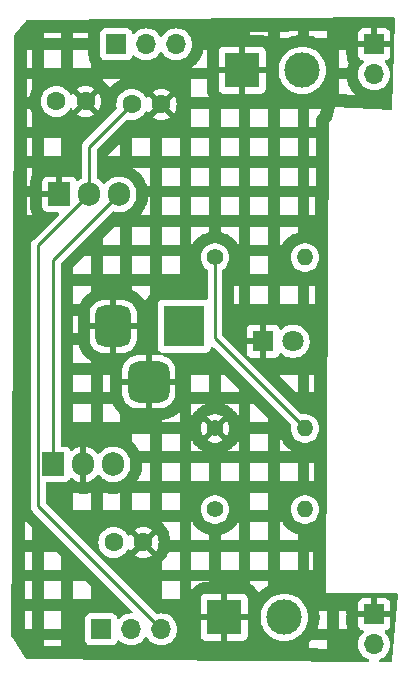
<source format=gbl>
%TF.GenerationSoftware,KiCad,Pcbnew,7.0.6*%
%TF.CreationDate,2023-08-31T21:11:47+05:30*%
%TF.ProjectId,bread board,62726561-6420-4626-9f61-72642e6b6963,rev?*%
%TF.SameCoordinates,Original*%
%TF.FileFunction,Copper,L2,Bot*%
%TF.FilePolarity,Positive*%
%FSLAX46Y46*%
G04 Gerber Fmt 4.6, Leading zero omitted, Abs format (unit mm)*
G04 Created by KiCad (PCBNEW 7.0.6) date 2023-08-31 21:11:47*
%MOMM*%
%LPD*%
G01*
G04 APERTURE LIST*
G04 Aperture macros list*
%AMRoundRect*
0 Rectangle with rounded corners*
0 $1 Rounding radius*
0 $2 $3 $4 $5 $6 $7 $8 $9 X,Y pos of 4 corners*
0 Add a 4 corners polygon primitive as box body*
4,1,4,$2,$3,$4,$5,$6,$7,$8,$9,$2,$3,0*
0 Add four circle primitives for the rounded corners*
1,1,$1+$1,$2,$3*
1,1,$1+$1,$4,$5*
1,1,$1+$1,$6,$7*
1,1,$1+$1,$8,$9*
0 Add four rect primitives between the rounded corners*
20,1,$1+$1,$2,$3,$4,$5,0*
20,1,$1+$1,$4,$5,$6,$7,0*
20,1,$1+$1,$6,$7,$8,$9,0*
20,1,$1+$1,$8,$9,$2,$3,0*%
G04 Aperture macros list end*
%TA.AperFunction,ComponentPad*%
%ADD10C,1.400000*%
%TD*%
%TA.AperFunction,ComponentPad*%
%ADD11O,1.400000X1.400000*%
%TD*%
%TA.AperFunction,ComponentPad*%
%ADD12R,1.700000X1.700000*%
%TD*%
%TA.AperFunction,ComponentPad*%
%ADD13O,1.700000X1.700000*%
%TD*%
%TA.AperFunction,ComponentPad*%
%ADD14C,1.600000*%
%TD*%
%TA.AperFunction,ComponentPad*%
%ADD15R,1.800000X1.800000*%
%TD*%
%TA.AperFunction,ComponentPad*%
%ADD16C,1.800000*%
%TD*%
%TA.AperFunction,ComponentPad*%
%ADD17R,1.905000X2.000000*%
%TD*%
%TA.AperFunction,ComponentPad*%
%ADD18O,1.905000X2.000000*%
%TD*%
%TA.AperFunction,ComponentPad*%
%ADD19R,3.500000X3.500000*%
%TD*%
%TA.AperFunction,ComponentPad*%
%ADD20RoundRect,0.750000X-0.750000X-1.000000X0.750000X-1.000000X0.750000X1.000000X-0.750000X1.000000X0*%
%TD*%
%TA.AperFunction,ComponentPad*%
%ADD21RoundRect,0.875000X-0.875000X-0.875000X0.875000X-0.875000X0.875000X0.875000X-0.875000X0.875000X0*%
%TD*%
%TA.AperFunction,ComponentPad*%
%ADD22R,3.000000X3.000000*%
%TD*%
%TA.AperFunction,ComponentPad*%
%ADD23C,3.000000*%
%TD*%
%TA.AperFunction,Conductor*%
%ADD24C,0.250000*%
%TD*%
G04 APERTURE END LIST*
D10*
%TO.P,R1,1*%
%TO.N,Net-(R1-Pad1)*%
X111488000Y-99060000D03*
D11*
%TO.P,R1,2*%
%TO.N,/3.3v*%
X119108000Y-99060000D03*
%TD*%
D12*
%TO.P,J3,1,Pin_1*%
%TO.N,/3.3v*%
X103124000Y-81026000D03*
D13*
%TO.P,J3,2,Pin_2*%
%TO.N,/PWR_output*%
X105664000Y-81026000D03*
%TO.P,J3,3,Pin_3*%
%TO.N,/5V*%
X108204000Y-81026000D03*
%TD*%
D14*
%TO.P,C2,1*%
%TO.N,/5V*%
X104434000Y-86106000D03*
%TO.P,C2,2*%
%TO.N,GND*%
X106934000Y-86106000D03*
%TD*%
%TO.P,C1,1*%
%TO.N,/12V*%
X98044000Y-85852000D03*
%TO.P,C1,2*%
%TO.N,GND*%
X100544000Y-85852000D03*
%TD*%
D15*
%TO.P,D1,1,K*%
%TO.N,GND*%
X115558000Y-106172000D03*
D16*
%TO.P,D1,2,A*%
%TO.N,Net-(D1-A)*%
X118098000Y-106172000D03*
%TD*%
D12*
%TO.P,J7,1,Pin_1*%
%TO.N,/3.3v*%
X101854000Y-130556000D03*
D13*
%TO.P,J7,2,Pin_2*%
%TO.N,/PWR_output*%
X104394000Y-130556000D03*
%TO.P,J7,3,Pin_3*%
%TO.N,/5V*%
X106934000Y-130556000D03*
%TD*%
D10*
%TO.P,R2,1*%
%TO.N,Net-(D1-A)*%
X111488000Y-120396000D03*
D11*
%TO.P,R2,2*%
%TO.N,/12V*%
X119108000Y-120396000D03*
%TD*%
D17*
%TO.P,U2,1,ADJ*%
%TO.N,GND*%
X98298000Y-93726000D03*
D18*
%TO.P,U2,2,VO*%
%TO.N,/5V*%
X100838000Y-93726000D03*
%TO.P,U2,3,VI*%
%TO.N,/12V*%
X103378000Y-93726000D03*
%TD*%
D19*
%TO.P,J8,1*%
%TO.N,/PWR_input*%
X108870000Y-104902000D03*
D20*
%TO.P,J8,2*%
%TO.N,GND*%
X102870000Y-104902000D03*
D21*
%TO.P,J8,3*%
X105870000Y-109602000D03*
%TD*%
D17*
%TO.P,U1,1,VI*%
%TO.N,/12V*%
X97790000Y-116586000D03*
D18*
%TO.P,U1,2,GND*%
%TO.N,GND*%
X100330000Y-116586000D03*
%TO.P,U1,3,VO*%
%TO.N,/3.3v*%
X102870000Y-116586000D03*
%TD*%
D22*
%TO.P,J2,1,Pin_1*%
%TO.N,GND*%
X113792000Y-83226000D03*
D23*
%TO.P,J2,2,Pin_2*%
%TO.N,/PWR_output*%
X118872000Y-83226000D03*
%TD*%
D12*
%TO.P,J6,1,Pin_1*%
%TO.N,GND*%
X124968000Y-81026000D03*
D13*
%TO.P,J6,2,Pin_2*%
%TO.N,/PWR_output*%
X124968000Y-83566000D03*
%TD*%
D22*
%TO.P,J5,1,Pin_1*%
%TO.N,GND*%
X112268000Y-129540000D03*
D23*
%TO.P,J5,2,Pin_2*%
%TO.N,/PWR_output*%
X117348000Y-129540000D03*
%TD*%
D10*
%TO.P,R3,1*%
%TO.N,GND*%
X111488000Y-113538000D03*
D11*
%TO.P,R3,2*%
%TO.N,Net-(R1-Pad1)*%
X119108000Y-113538000D03*
%TD*%
D12*
%TO.P,J4,1,Pin_1*%
%TO.N,GND*%
X124968000Y-129286000D03*
D13*
%TO.P,J4,2,Pin_2*%
%TO.N,/PWR_output*%
X124968000Y-131826000D03*
%TD*%
D14*
%TO.P,C3,1*%
%TO.N,/3.3v*%
X102910000Y-123190000D03*
%TO.P,C3,2*%
%TO.N,GND*%
X105410000Y-123190000D03*
%TD*%
D24*
%TO.N,/12V*%
X103378000Y-93726000D02*
X97790000Y-99314000D01*
X97790000Y-99314000D02*
X97790000Y-116586000D01*
%TO.N,/5V*%
X100838000Y-89702000D02*
X104434000Y-86106000D01*
X106934000Y-130556000D02*
X96512500Y-120134500D01*
X96512500Y-98051500D02*
X100838000Y-93726000D01*
X100838000Y-93726000D02*
X100838000Y-89702000D01*
X96512500Y-120134500D02*
X96512500Y-98051500D01*
%TO.N,Net-(R1-Pad1)*%
X111488000Y-99060000D02*
X111488000Y-105918000D01*
X111488000Y-105918000D02*
X119108000Y-113538000D01*
%TD*%
%TA.AperFunction,Conductor*%
%TO.N,GND*%
G36*
X126684090Y-78760188D02*
G01*
X126730273Y-78812618D01*
X126741837Y-78869043D01*
X126496080Y-86487517D01*
X126474244Y-86553887D01*
X126419992Y-86597916D01*
X126365627Y-86607348D01*
X121666000Y-86360000D01*
X121420330Y-87342680D01*
X121387713Y-87400286D01*
X121157999Y-87630000D01*
X121157999Y-87630001D01*
X120903999Y-127508000D01*
X120904000Y-127508000D01*
X126864749Y-127508000D01*
X126931788Y-127527685D01*
X126977543Y-127580489D01*
X126988283Y-127642742D01*
X126501929Y-133235806D01*
X126476511Y-133300888D01*
X126419941Y-133341897D01*
X126377379Y-133349060D01*
X125469761Y-133341620D01*
X125402885Y-133321386D01*
X125357564Y-133268209D01*
X125348188Y-133198971D01*
X125377733Y-133135656D01*
X125426760Y-133102200D01*
X125426756Y-133102191D01*
X125426813Y-133102164D01*
X125428373Y-133101100D01*
X125431652Y-133099905D01*
X125431663Y-133099903D01*
X125645830Y-133000035D01*
X125839401Y-132864495D01*
X126006495Y-132697401D01*
X126142035Y-132503830D01*
X126241903Y-132289663D01*
X126303063Y-132061408D01*
X126323659Y-131826000D01*
X126303063Y-131590592D01*
X126241903Y-131362337D01*
X126142035Y-131148171D01*
X126141480Y-131147379D01*
X126006496Y-130954600D01*
X126006495Y-130954599D01*
X125884179Y-130832283D01*
X125850696Y-130770963D01*
X125855680Y-130701271D01*
X125897551Y-130645337D01*
X125928529Y-130628422D01*
X126060086Y-130579354D01*
X126060093Y-130579350D01*
X126175187Y-130493190D01*
X126175190Y-130493187D01*
X126261350Y-130378093D01*
X126261354Y-130378086D01*
X126311596Y-130243379D01*
X126311598Y-130243372D01*
X126317999Y-130183844D01*
X126318000Y-130183827D01*
X126318000Y-129536000D01*
X125401686Y-129536000D01*
X125427493Y-129495844D01*
X125468000Y-129357889D01*
X125468000Y-129214111D01*
X125427493Y-129076156D01*
X125401686Y-129036000D01*
X126318000Y-129036000D01*
X126318000Y-128388172D01*
X126317999Y-128388155D01*
X126311598Y-128328627D01*
X126311596Y-128328620D01*
X126261354Y-128193913D01*
X126261350Y-128193906D01*
X126175190Y-128078812D01*
X126175187Y-128078809D01*
X126060093Y-127992649D01*
X126060086Y-127992645D01*
X125925379Y-127942403D01*
X125925372Y-127942401D01*
X125865844Y-127936000D01*
X125218000Y-127936000D01*
X125218000Y-128850498D01*
X125110315Y-128801320D01*
X125003763Y-128786000D01*
X124932237Y-128786000D01*
X124825685Y-128801320D01*
X124718000Y-128850498D01*
X124718000Y-127936000D01*
X124070155Y-127936000D01*
X124010627Y-127942401D01*
X124010620Y-127942403D01*
X123875913Y-127992645D01*
X123875906Y-127992649D01*
X123760812Y-128078809D01*
X123760809Y-128078812D01*
X123674649Y-128193906D01*
X123674645Y-128193913D01*
X123624403Y-128328620D01*
X123624401Y-128328627D01*
X123618000Y-128388155D01*
X123618000Y-129036000D01*
X124534314Y-129036000D01*
X124508507Y-129076156D01*
X124468000Y-129214111D01*
X124468000Y-129357889D01*
X124508507Y-129495844D01*
X124534314Y-129536000D01*
X123618000Y-129536000D01*
X123618000Y-130183844D01*
X123624401Y-130243372D01*
X123624403Y-130243379D01*
X123674645Y-130378086D01*
X123674649Y-130378093D01*
X123760809Y-130493187D01*
X123760812Y-130493190D01*
X123875906Y-130579350D01*
X123875913Y-130579354D01*
X124007470Y-130628421D01*
X124063403Y-130670292D01*
X124087821Y-130735756D01*
X124072970Y-130804029D01*
X124051819Y-130832284D01*
X123929503Y-130954600D01*
X123793965Y-131148169D01*
X123793964Y-131148171D01*
X123694098Y-131362335D01*
X123694094Y-131362344D01*
X123632938Y-131590586D01*
X123632936Y-131590596D01*
X123612341Y-131825999D01*
X123612341Y-131826000D01*
X123632936Y-132061403D01*
X123632938Y-132061413D01*
X123694094Y-132289655D01*
X123694096Y-132289659D01*
X123694097Y-132289663D01*
X123793964Y-132503830D01*
X123793965Y-132503830D01*
X123793967Y-132503834D01*
X123847846Y-132580780D01*
X123929505Y-132697401D01*
X124096599Y-132864495D01*
X124193384Y-132932264D01*
X124290165Y-133000032D01*
X124290167Y-133000033D01*
X124290170Y-133000035D01*
X124497766Y-133096839D01*
X124550203Y-133143009D01*
X124569355Y-133210203D01*
X124549139Y-133277084D01*
X124495974Y-133322418D01*
X124444343Y-133333215D01*
X95572062Y-133096557D01*
X95505186Y-133076323D01*
X95467926Y-133038281D01*
X94924315Y-132168504D01*
X119482176Y-132168504D01*
X120984177Y-132180815D01*
X120984177Y-131489045D01*
X119633322Y-131489045D01*
X119631110Y-131491790D01*
X119604874Y-131522070D01*
X119583600Y-131544919D01*
X119482176Y-131646343D01*
X119482176Y-132168504D01*
X94924315Y-132168504D01*
X94499653Y-131489045D01*
X96982177Y-131489045D01*
X96982177Y-131984078D01*
X98484177Y-131996389D01*
X98484177Y-131489045D01*
X96982177Y-131489045D01*
X94499653Y-131489045D01*
X94253025Y-131094440D01*
X94234179Y-131028101D01*
X94236864Y-130491045D01*
X95360878Y-130491045D01*
X95984177Y-130491045D01*
X95984177Y-128989045D01*
X96982177Y-128989045D01*
X96982177Y-130491045D01*
X98484177Y-130491045D01*
X98484177Y-128989045D01*
X96982177Y-128989045D01*
X95984177Y-128989045D01*
X95368388Y-128989045D01*
X95360878Y-130491045D01*
X94236864Y-130491045D01*
X94249364Y-127991045D01*
X95373378Y-127991045D01*
X95984177Y-127991045D01*
X95984177Y-126489045D01*
X96982177Y-126489045D01*
X96982177Y-127991045D01*
X98484177Y-127991045D01*
X98484177Y-126489045D01*
X99482177Y-126489045D01*
X99482177Y-127991045D01*
X100984177Y-127991045D01*
X100984177Y-126902151D01*
X100571071Y-126489045D01*
X99482177Y-126489045D01*
X98484177Y-126489045D01*
X96982177Y-126489045D01*
X95984177Y-126489045D01*
X95380888Y-126489045D01*
X95373378Y-127991045D01*
X94249364Y-127991045D01*
X94261864Y-125491045D01*
X95385878Y-125491045D01*
X95984177Y-125491045D01*
X95984177Y-123989045D01*
X96982177Y-123989045D01*
X96982177Y-125491045D01*
X98484177Y-125491045D01*
X98484177Y-124402151D01*
X98071071Y-123989045D01*
X96982177Y-123989045D01*
X95984177Y-123989045D01*
X95393388Y-123989045D01*
X95385878Y-125491045D01*
X94261864Y-125491045D01*
X94274364Y-122991045D01*
X95398378Y-122991045D01*
X95984177Y-122991045D01*
X95984177Y-121902151D01*
X95571071Y-121489045D01*
X95405888Y-121489045D01*
X95398378Y-122991045D01*
X94274364Y-122991045D01*
X94399161Y-98031697D01*
X95882339Y-98031697D01*
X95886724Y-98078085D01*
X95886999Y-98083921D01*
X95887000Y-120051755D01*
X95885275Y-120067372D01*
X95885561Y-120067399D01*
X95884826Y-120075165D01*
X95887000Y-120144314D01*
X95887000Y-120173843D01*
X95887001Y-120173860D01*
X95887868Y-120180731D01*
X95888326Y-120186550D01*
X95889790Y-120233124D01*
X95889791Y-120233127D01*
X95895380Y-120252367D01*
X95899324Y-120271411D01*
X95901836Y-120291291D01*
X95918990Y-120334619D01*
X95920882Y-120340147D01*
X95933881Y-120384888D01*
X95944080Y-120402134D01*
X95952638Y-120419603D01*
X95960014Y-120438232D01*
X95987398Y-120475923D01*
X95990606Y-120480807D01*
X96014327Y-120520916D01*
X96014333Y-120520924D01*
X96028490Y-120535080D01*
X96041128Y-120549876D01*
X96052905Y-120566086D01*
X96052906Y-120566087D01*
X96088809Y-120595788D01*
X96093120Y-120599710D01*
X100317537Y-124824127D01*
X104482070Y-128988660D01*
X104515555Y-129049983D01*
X104510571Y-129119675D01*
X104468699Y-129175608D01*
X104403235Y-129200025D01*
X104394389Y-129200341D01*
X104393999Y-129200341D01*
X104158596Y-129220936D01*
X104158586Y-129220938D01*
X103930344Y-129282094D01*
X103930335Y-129282098D01*
X103716171Y-129381964D01*
X103716169Y-129381965D01*
X103522600Y-129517503D01*
X103400673Y-129639430D01*
X103339350Y-129672914D01*
X103269658Y-129667930D01*
X103213725Y-129626058D01*
X103196810Y-129595081D01*
X103147797Y-129463671D01*
X103147793Y-129463664D01*
X103061547Y-129348455D01*
X103061544Y-129348452D01*
X102946335Y-129262206D01*
X102946328Y-129262202D01*
X102811482Y-129211908D01*
X102811483Y-129211908D01*
X102751883Y-129205501D01*
X102751881Y-129205500D01*
X102751873Y-129205500D01*
X102751864Y-129205500D01*
X100956129Y-129205500D01*
X100956123Y-129205501D01*
X100896516Y-129211908D01*
X100761671Y-129262202D01*
X100761664Y-129262206D01*
X100646455Y-129348452D01*
X100646452Y-129348455D01*
X100560206Y-129463664D01*
X100560202Y-129463671D01*
X100509908Y-129598517D01*
X100503501Y-129658116D01*
X100503500Y-129658135D01*
X100503500Y-131453870D01*
X100503501Y-131453876D01*
X100509908Y-131513483D01*
X100560202Y-131648328D01*
X100560206Y-131648335D01*
X100646452Y-131763544D01*
X100646455Y-131763547D01*
X100761664Y-131849793D01*
X100761671Y-131849797D01*
X100896517Y-131900091D01*
X100896516Y-131900091D01*
X100903444Y-131900835D01*
X100956127Y-131906500D01*
X102751872Y-131906499D01*
X102811483Y-131900091D01*
X102946331Y-131849796D01*
X103061546Y-131763546D01*
X103147796Y-131648331D01*
X103196810Y-131516916D01*
X103238681Y-131460984D01*
X103304145Y-131436566D01*
X103372418Y-131451417D01*
X103400673Y-131472569D01*
X103522599Y-131594495D01*
X103619384Y-131662264D01*
X103716165Y-131730032D01*
X103716167Y-131730033D01*
X103716170Y-131730035D01*
X103930337Y-131829903D01*
X104158592Y-131891063D01*
X104335034Y-131906500D01*
X104393999Y-131911659D01*
X104394000Y-131911659D01*
X104394001Y-131911659D01*
X104452966Y-131906500D01*
X104629408Y-131891063D01*
X104857663Y-131829903D01*
X105071830Y-131730035D01*
X105265401Y-131594495D01*
X105432495Y-131427401D01*
X105562424Y-131241842D01*
X105617002Y-131198217D01*
X105686500Y-131191023D01*
X105748855Y-131222546D01*
X105765575Y-131241842D01*
X105895500Y-131427395D01*
X105895505Y-131427401D01*
X106062599Y-131594495D01*
X106159384Y-131662264D01*
X106256165Y-131730032D01*
X106256167Y-131730033D01*
X106256170Y-131730035D01*
X106470337Y-131829903D01*
X106698592Y-131891063D01*
X106875034Y-131906500D01*
X106933999Y-131911659D01*
X106934000Y-131911659D01*
X106934001Y-131911659D01*
X106992966Y-131906500D01*
X107169408Y-131891063D01*
X107397663Y-131829903D01*
X107611830Y-131730035D01*
X107805401Y-131594495D01*
X107972495Y-131427401D01*
X108108035Y-131233830D01*
X108176110Y-131087844D01*
X110268000Y-131087844D01*
X110274401Y-131147372D01*
X110274403Y-131147379D01*
X110324645Y-131282086D01*
X110324649Y-131282093D01*
X110410809Y-131397187D01*
X110410812Y-131397190D01*
X110525906Y-131483350D01*
X110525913Y-131483354D01*
X110660620Y-131533596D01*
X110660627Y-131533598D01*
X110720155Y-131539999D01*
X110720172Y-131540000D01*
X112018000Y-131540000D01*
X112018000Y-130261802D01*
X112179169Y-130300000D01*
X112312267Y-130300000D01*
X112444461Y-130284549D01*
X112518000Y-130257782D01*
X112518000Y-131540000D01*
X113815828Y-131540000D01*
X113815844Y-131539999D01*
X113875372Y-131533598D01*
X113875379Y-131533596D01*
X114010086Y-131483354D01*
X114010093Y-131483350D01*
X114125187Y-131397190D01*
X114125190Y-131397187D01*
X114211350Y-131282093D01*
X114211354Y-131282086D01*
X114261596Y-131147379D01*
X114261598Y-131147372D01*
X114267999Y-131087844D01*
X114268000Y-131087827D01*
X114268000Y-129790000D01*
X112986483Y-129790000D01*
X113021549Y-129672871D01*
X113029288Y-129540001D01*
X115342390Y-129540001D01*
X115362804Y-129825433D01*
X115423628Y-130105037D01*
X115423630Y-130105043D01*
X115423631Y-130105046D01*
X115521353Y-130367048D01*
X115523635Y-130373166D01*
X115660770Y-130624309D01*
X115660775Y-130624317D01*
X115832254Y-130853387D01*
X115832270Y-130853405D01*
X116034594Y-131055729D01*
X116034612Y-131055745D01*
X116263682Y-131227224D01*
X116263690Y-131227229D01*
X116514833Y-131364364D01*
X116514832Y-131364364D01*
X116514836Y-131364365D01*
X116514839Y-131364367D01*
X116782954Y-131464369D01*
X116782960Y-131464370D01*
X116782962Y-131464371D01*
X117062566Y-131525195D01*
X117062568Y-131525195D01*
X117062572Y-131525196D01*
X117316220Y-131543337D01*
X117347999Y-131545610D01*
X117348000Y-131545610D01*
X117348001Y-131545610D01*
X117376595Y-131543564D01*
X117633428Y-131525196D01*
X117786994Y-131491790D01*
X117913037Y-131464371D01*
X117913037Y-131464370D01*
X117913046Y-131464369D01*
X118181161Y-131364367D01*
X118432315Y-131227226D01*
X118661395Y-131055739D01*
X118863739Y-130853395D01*
X119035226Y-130624315D01*
X119107997Y-130491045D01*
X120193557Y-130491045D01*
X120984177Y-130491045D01*
X120984177Y-128989045D01*
X121982177Y-128989045D01*
X121982177Y-130491045D01*
X122657441Y-130491045D01*
X122645527Y-130440617D01*
X122644755Y-130436824D01*
X122636196Y-130386830D01*
X122635662Y-130382994D01*
X122624111Y-130275563D01*
X122622231Y-130252201D01*
X122620625Y-130222198D01*
X122620000Y-130198834D01*
X122620000Y-129335454D01*
X122629439Y-129288002D01*
X122630268Y-129286000D01*
X122629439Y-129283998D01*
X122620000Y-129236546D01*
X122620000Y-128989045D01*
X121982177Y-128989045D01*
X120984177Y-128989045D01*
X120296775Y-128989045D01*
X120312650Y-129062021D01*
X120318195Y-129092761D01*
X120323894Y-129132416D01*
X120327225Y-129163410D01*
X120350496Y-129488782D01*
X120351610Y-129519968D01*
X120351610Y-129560032D01*
X120350496Y-129591218D01*
X120327225Y-129916590D01*
X120323894Y-129947584D01*
X120318195Y-129987239D01*
X120312650Y-130017979D01*
X120243300Y-130336777D01*
X120235573Y-130367048D01*
X120224283Y-130405486D01*
X120214438Y-130435060D01*
X120193557Y-130491045D01*
X119107997Y-130491045D01*
X119172367Y-130373161D01*
X119272369Y-130105046D01*
X119314508Y-129911337D01*
X119333195Y-129825433D01*
X119333195Y-129825432D01*
X119333196Y-129825428D01*
X119353610Y-129540000D01*
X119333196Y-129254572D01*
X119331373Y-129246193D01*
X119272371Y-128974962D01*
X119272370Y-128974960D01*
X119272369Y-128974954D01*
X119172367Y-128706839D01*
X119035226Y-128455685D01*
X119035224Y-128455682D01*
X118863745Y-128226612D01*
X118863729Y-128226594D01*
X118661405Y-128024270D01*
X118661387Y-128024254D01*
X118432317Y-127852775D01*
X118432309Y-127852770D01*
X118181166Y-127715635D01*
X118181167Y-127715635D01*
X117985733Y-127642742D01*
X117913046Y-127615631D01*
X117913043Y-127615630D01*
X117913037Y-127615628D01*
X117633433Y-127554804D01*
X117348001Y-127534390D01*
X117347999Y-127534390D01*
X117062566Y-127554804D01*
X116782962Y-127615628D01*
X116514833Y-127715635D01*
X116263690Y-127852770D01*
X116263682Y-127852775D01*
X116034612Y-128024254D01*
X116034594Y-128024270D01*
X115832270Y-128226594D01*
X115832254Y-128226612D01*
X115660775Y-128455682D01*
X115660770Y-128455690D01*
X115523635Y-128706833D01*
X115423628Y-128974962D01*
X115362804Y-129254566D01*
X115342390Y-129539998D01*
X115342390Y-129540001D01*
X113029288Y-129540001D01*
X113031879Y-129495509D01*
X113001029Y-129320546D01*
X112987853Y-129290000D01*
X114268000Y-129290000D01*
X114268000Y-127992172D01*
X114267999Y-127992155D01*
X114261598Y-127932627D01*
X114261596Y-127932620D01*
X114211354Y-127797913D01*
X114211350Y-127797906D01*
X114125190Y-127682812D01*
X114125187Y-127682809D01*
X114010093Y-127596649D01*
X114010086Y-127596645D01*
X113875379Y-127546403D01*
X113875372Y-127546401D01*
X113815844Y-127540000D01*
X112518000Y-127540000D01*
X112518000Y-128818197D01*
X112356831Y-128780000D01*
X112223733Y-128780000D01*
X112091539Y-128795451D01*
X112018000Y-128822217D01*
X112018000Y-127540000D01*
X110720155Y-127540000D01*
X110660627Y-127546401D01*
X110660620Y-127546403D01*
X110525913Y-127596645D01*
X110525906Y-127596649D01*
X110410812Y-127682809D01*
X110410809Y-127682812D01*
X110324649Y-127797906D01*
X110324645Y-127797913D01*
X110274403Y-127932620D01*
X110274401Y-127932627D01*
X110268000Y-127992155D01*
X110268000Y-129290000D01*
X111549517Y-129290000D01*
X111514451Y-129407129D01*
X111504121Y-129584491D01*
X111534971Y-129759454D01*
X111548147Y-129790000D01*
X110268000Y-129790000D01*
X110268000Y-131087844D01*
X108176110Y-131087844D01*
X108207903Y-131019663D01*
X108269063Y-130791408D01*
X108289659Y-130556000D01*
X108269063Y-130320592D01*
X108207903Y-130092337D01*
X108108035Y-129878171D01*
X108083458Y-129843070D01*
X107972494Y-129684597D01*
X107805402Y-129517506D01*
X107805395Y-129517501D01*
X107611834Y-129381967D01*
X107611830Y-129381965D01*
X107560199Y-129357889D01*
X107397663Y-129282097D01*
X107397659Y-129282096D01*
X107397655Y-129282094D01*
X107169413Y-129220938D01*
X107169403Y-129220936D01*
X106934001Y-129200341D01*
X106933999Y-129200341D01*
X106698596Y-129220936D01*
X106698586Y-129220938D01*
X106598126Y-129247856D01*
X106528276Y-129246193D01*
X106478352Y-129215762D01*
X103751636Y-126489045D01*
X106982177Y-126489045D01*
X106982177Y-127991045D01*
X108484177Y-127991045D01*
X108484177Y-126489045D01*
X109482177Y-126489045D01*
X109482177Y-127262275D01*
X109500493Y-127233776D01*
X109503018Y-127230139D01*
X109634569Y-127054412D01*
X109637346Y-127050965D01*
X109675325Y-127007135D01*
X109678342Y-127003894D01*
X109731894Y-126950342D01*
X109735135Y-126947325D01*
X109778965Y-126909346D01*
X109782412Y-126906569D01*
X109958139Y-126775018D01*
X109961776Y-126772493D01*
X110010567Y-126741136D01*
X110014375Y-126738876D01*
X110080851Y-126702577D01*
X110084809Y-126700596D01*
X110137573Y-126676499D01*
X110141664Y-126674804D01*
X110342911Y-126599744D01*
X110346582Y-126598504D01*
X110395159Y-126583769D01*
X110398902Y-126582761D01*
X110463383Y-126567527D01*
X110467176Y-126566755D01*
X110517170Y-126558196D01*
X110521006Y-126557662D01*
X110628437Y-126546111D01*
X110651799Y-126544231D01*
X110681802Y-126542625D01*
X110705166Y-126542000D01*
X110984177Y-126542000D01*
X110984177Y-126489045D01*
X114482177Y-126489045D01*
X114482177Y-126717335D01*
X114521625Y-126738876D01*
X114525433Y-126741136D01*
X114574224Y-126772493D01*
X114577861Y-126775018D01*
X114753588Y-126906569D01*
X114757035Y-126909346D01*
X114800865Y-126947325D01*
X114804106Y-126950342D01*
X114857658Y-127003894D01*
X114860675Y-127007135D01*
X114898654Y-127050965D01*
X114901431Y-127054412D01*
X115032982Y-127230139D01*
X115035507Y-127233776D01*
X115066864Y-127282567D01*
X115069124Y-127286375D01*
X115105423Y-127352851D01*
X115107404Y-127356809D01*
X115131501Y-127409573D01*
X115133196Y-127413664D01*
X115160530Y-127486950D01*
X115343081Y-127304400D01*
X115365930Y-127283126D01*
X115396210Y-127256890D01*
X115420498Y-127237320D01*
X115681633Y-127041836D01*
X115707247Y-127024052D01*
X115740947Y-127002391D01*
X115767803Y-126986455D01*
X115984177Y-126868305D01*
X115984177Y-126489045D01*
X114482177Y-126489045D01*
X110984177Y-126489045D01*
X109482177Y-126489045D01*
X108484177Y-126489045D01*
X106982177Y-126489045D01*
X103751636Y-126489045D01*
X102753636Y-125491045D01*
X106982177Y-125491045D01*
X108484177Y-125491045D01*
X108484177Y-123989045D01*
X109482177Y-123989045D01*
X109482177Y-125491045D01*
X110984177Y-125491045D01*
X110984177Y-123989045D01*
X111982177Y-123989045D01*
X111982177Y-125491045D01*
X113484177Y-125491045D01*
X113484177Y-123989045D01*
X114482177Y-123989045D01*
X114482177Y-125491045D01*
X115984177Y-125491045D01*
X115984177Y-123989045D01*
X116982177Y-123989045D01*
X116982177Y-125491045D01*
X118484177Y-125491045D01*
X118484177Y-123989045D01*
X119482177Y-123989045D01*
X119482177Y-125491045D01*
X119792825Y-125491045D01*
X119802391Y-123989045D01*
X119482177Y-123989045D01*
X118484177Y-123989045D01*
X116982177Y-123989045D01*
X115984177Y-123989045D01*
X114482177Y-123989045D01*
X113484177Y-123989045D01*
X111982177Y-123989045D01*
X110984177Y-123989045D01*
X109482177Y-123989045D01*
X108484177Y-123989045D01*
X107569937Y-123989045D01*
X107565694Y-124000701D01*
X107551105Y-124035918D01*
X107434281Y-124286448D01*
X107416666Y-124320288D01*
X107392179Y-124362697D01*
X107371688Y-124394861D01*
X107178003Y-124671470D01*
X107138428Y-124707733D01*
X107004852Y-124784852D01*
X106982177Y-124824127D01*
X106982177Y-125491045D01*
X102753636Y-125491045D01*
X100452592Y-123190001D01*
X101604532Y-123190001D01*
X101624364Y-123416686D01*
X101624366Y-123416697D01*
X101683258Y-123636488D01*
X101683261Y-123636497D01*
X101779431Y-123842732D01*
X101779432Y-123842734D01*
X101909954Y-124029141D01*
X102070858Y-124190045D01*
X102070861Y-124190047D01*
X102257266Y-124320568D01*
X102463504Y-124416739D01*
X102683308Y-124475635D01*
X102845230Y-124489801D01*
X102909998Y-124495468D01*
X102910000Y-124495468D01*
X102910002Y-124495468D01*
X102966672Y-124490509D01*
X103136692Y-124475635D01*
X103356496Y-124416739D01*
X103562734Y-124320568D01*
X103749139Y-124190047D01*
X103910047Y-124029139D01*
X104040568Y-123842734D01*
X104047893Y-123827023D01*
X104094062Y-123774586D01*
X104161254Y-123755432D01*
X104228136Y-123775645D01*
X104272657Y-123827023D01*
X104279865Y-123842481D01*
X104279866Y-123842483D01*
X104330973Y-123915471D01*
X104330974Y-123915472D01*
X105012046Y-123234399D01*
X105024835Y-123315148D01*
X105082359Y-123428045D01*
X105171955Y-123517641D01*
X105284852Y-123575165D01*
X105365599Y-123587953D01*
X104684526Y-124269025D01*
X104684526Y-124269026D01*
X104757512Y-124320131D01*
X104757516Y-124320133D01*
X104963673Y-124416265D01*
X104963682Y-124416269D01*
X105183389Y-124475139D01*
X105183400Y-124475141D01*
X105409998Y-124494966D01*
X105410002Y-124494966D01*
X105636599Y-124475141D01*
X105636610Y-124475139D01*
X105856317Y-124416269D01*
X105856331Y-124416264D01*
X106062478Y-124320136D01*
X106135472Y-124269025D01*
X105454401Y-123587953D01*
X105535148Y-123575165D01*
X105648045Y-123517641D01*
X105737641Y-123428045D01*
X105795165Y-123315148D01*
X105807953Y-123234400D01*
X106489025Y-123915472D01*
X106540136Y-123842478D01*
X106636264Y-123636331D01*
X106636269Y-123636317D01*
X106695139Y-123416610D01*
X106695141Y-123416599D01*
X106714966Y-123190002D01*
X106714966Y-123189997D01*
X106695141Y-122963400D01*
X106695139Y-122963389D01*
X106636269Y-122743682D01*
X106636265Y-122743673D01*
X106540133Y-122537516D01*
X106540131Y-122537512D01*
X106489026Y-122464526D01*
X106489025Y-122464526D01*
X105807953Y-123145598D01*
X105795165Y-123064852D01*
X105737641Y-122951955D01*
X105648045Y-122862359D01*
X105535148Y-122804835D01*
X105454400Y-122792046D01*
X106135472Y-122110974D01*
X106135471Y-122110973D01*
X106062483Y-122059866D01*
X106062481Y-122059865D01*
X105856326Y-121963734D01*
X105856317Y-121963730D01*
X105636610Y-121904860D01*
X105636599Y-121904858D01*
X105410002Y-121885034D01*
X105409998Y-121885034D01*
X105183400Y-121904858D01*
X105183389Y-121904860D01*
X104963682Y-121963730D01*
X104963673Y-121963734D01*
X104757513Y-122059868D01*
X104684527Y-122110972D01*
X104684526Y-122110973D01*
X105365600Y-122792046D01*
X105284852Y-122804835D01*
X105171955Y-122862359D01*
X105082359Y-122951955D01*
X105024835Y-123064852D01*
X105012046Y-123145599D01*
X104330973Y-122464526D01*
X104330972Y-122464527D01*
X104279868Y-122537512D01*
X104272656Y-122552979D01*
X104226482Y-122605417D01*
X104159288Y-122624567D01*
X104092407Y-122604350D01*
X104047893Y-122552976D01*
X104040568Y-122537266D01*
X103910047Y-122350861D01*
X103910045Y-122350858D01*
X103749141Y-122189954D01*
X103562734Y-122059432D01*
X103562732Y-122059431D01*
X103356497Y-121963261D01*
X103356488Y-121963258D01*
X103136697Y-121904366D01*
X103136693Y-121904365D01*
X103136692Y-121904365D01*
X103136691Y-121904364D01*
X103136686Y-121904364D01*
X102910002Y-121884532D01*
X102909998Y-121884532D01*
X102683313Y-121904364D01*
X102683302Y-121904366D01*
X102463511Y-121963258D01*
X102463502Y-121963261D01*
X102257267Y-122059431D01*
X102257265Y-122059432D01*
X102070858Y-122189954D01*
X101909954Y-122350858D01*
X101779432Y-122537265D01*
X101779431Y-122537267D01*
X101683261Y-122743502D01*
X101683258Y-122743511D01*
X101624366Y-122963302D01*
X101624364Y-122963313D01*
X101604532Y-123189998D01*
X101604532Y-123190001D01*
X100452592Y-123190001D01*
X98751636Y-121489045D01*
X106982177Y-121489045D01*
X106982177Y-121555872D01*
X107004851Y-121595144D01*
X107138433Y-121672269D01*
X107178008Y-121708533D01*
X107371698Y-121985153D01*
X107392196Y-122017331D01*
X107416680Y-122059740D01*
X107434284Y-122093560D01*
X107551105Y-122344083D01*
X107565693Y-122379299D01*
X107582444Y-122425314D01*
X107593921Y-122461712D01*
X107665473Y-122728748D01*
X107673730Y-122765991D01*
X107682232Y-122814217D01*
X107687209Y-122852026D01*
X107699372Y-122991045D01*
X108484177Y-122991045D01*
X108484177Y-121489045D01*
X109482177Y-121489045D01*
X109482177Y-122991045D01*
X110984177Y-122991045D01*
X111982177Y-122991045D01*
X113484177Y-122991045D01*
X113484177Y-121489045D01*
X114482177Y-121489045D01*
X114482177Y-122991045D01*
X115984177Y-122991045D01*
X115984177Y-121489045D01*
X116982177Y-121489045D01*
X116982177Y-122991045D01*
X118484177Y-122991045D01*
X118484176Y-122509610D01*
X118481374Y-122508813D01*
X118478637Y-122507965D01*
X118443071Y-122496044D01*
X118440378Y-122495072D01*
X118187233Y-122397004D01*
X118184585Y-122395907D01*
X118150242Y-122380742D01*
X118147648Y-122379524D01*
X118103799Y-122357687D01*
X118101266Y-122356352D01*
X118068506Y-122338104D01*
X118066038Y-122336654D01*
X117835232Y-122193746D01*
X117832832Y-122192181D01*
X117801871Y-122170972D01*
X117799545Y-122169299D01*
X117760454Y-122139777D01*
X117758210Y-122138000D01*
X117729349Y-122114034D01*
X117727187Y-122112153D01*
X117526568Y-121929264D01*
X117524496Y-121927286D01*
X117497963Y-121900752D01*
X117495984Y-121898680D01*
X117462983Y-121862479D01*
X117461103Y-121860318D01*
X117437135Y-121831455D01*
X117435357Y-121829210D01*
X117271763Y-121612576D01*
X117270090Y-121610251D01*
X117248891Y-121579305D01*
X117247327Y-121576905D01*
X117221539Y-121535258D01*
X117220088Y-121532788D01*
X117201825Y-121500002D01*
X117200489Y-121497467D01*
X117196295Y-121489045D01*
X116982177Y-121489045D01*
X115984177Y-121489045D01*
X114482177Y-121489045D01*
X113484177Y-121489045D01*
X113399705Y-121489045D01*
X113395511Y-121497467D01*
X113394175Y-121500002D01*
X113375912Y-121532788D01*
X113374461Y-121535258D01*
X113348673Y-121576905D01*
X113347109Y-121579305D01*
X113325910Y-121610251D01*
X113324237Y-121612576D01*
X113160643Y-121829210D01*
X113158865Y-121831455D01*
X113134897Y-121860318D01*
X113133017Y-121862479D01*
X113100016Y-121898680D01*
X113098037Y-121900752D01*
X113071504Y-121927286D01*
X113069432Y-121929264D01*
X112868813Y-122112153D01*
X112866651Y-122114034D01*
X112837790Y-122138000D01*
X112835546Y-122139777D01*
X112796455Y-122169299D01*
X112794129Y-122170972D01*
X112763168Y-122192181D01*
X112760768Y-122193746D01*
X112529962Y-122336654D01*
X112527494Y-122338104D01*
X112494734Y-122356352D01*
X112492201Y-122357687D01*
X112448352Y-122379524D01*
X112445758Y-122380742D01*
X112411415Y-122395907D01*
X112408767Y-122397004D01*
X112155622Y-122495072D01*
X112152929Y-122496044D01*
X112117363Y-122507965D01*
X112114626Y-122508813D01*
X112067511Y-122522219D01*
X112064740Y-122522939D01*
X112028209Y-122531532D01*
X112025404Y-122532123D01*
X111982177Y-122540203D01*
X111982177Y-122991045D01*
X110984177Y-122991045D01*
X110984177Y-122538400D01*
X110950596Y-122532123D01*
X110947791Y-122531532D01*
X110911260Y-122522939D01*
X110908489Y-122522219D01*
X110861374Y-122508813D01*
X110858637Y-122507965D01*
X110823071Y-122496044D01*
X110820378Y-122495072D01*
X110567233Y-122397004D01*
X110564585Y-122395907D01*
X110530242Y-122380742D01*
X110527648Y-122379524D01*
X110483799Y-122357687D01*
X110481266Y-122356352D01*
X110448506Y-122338104D01*
X110446038Y-122336654D01*
X110215232Y-122193746D01*
X110212832Y-122192181D01*
X110181871Y-122170972D01*
X110179545Y-122169299D01*
X110140454Y-122139777D01*
X110138210Y-122138000D01*
X110109349Y-122114034D01*
X110107187Y-122112153D01*
X109906568Y-121929264D01*
X109904496Y-121927286D01*
X109877963Y-121900752D01*
X109875984Y-121898680D01*
X109842983Y-121862479D01*
X109841103Y-121860318D01*
X109817135Y-121831455D01*
X109815357Y-121829210D01*
X109651763Y-121612576D01*
X109650090Y-121610251D01*
X109628891Y-121579305D01*
X109627327Y-121576905D01*
X109601539Y-121535258D01*
X109600088Y-121532788D01*
X109581825Y-121500002D01*
X109580489Y-121497467D01*
X109576295Y-121489045D01*
X109482177Y-121489045D01*
X108484177Y-121489045D01*
X106982177Y-121489045D01*
X98751636Y-121489045D01*
X97174319Y-119911728D01*
X97140834Y-119850405D01*
X97138000Y-119824047D01*
X97138000Y-118989045D01*
X99482177Y-118989045D01*
X99482177Y-120491045D01*
X100984177Y-120491045D01*
X100984177Y-118999541D01*
X100955261Y-119008150D01*
X100910288Y-119019538D01*
X100874926Y-119026953D01*
X100524451Y-119085433D01*
X100471124Y-119082675D01*
X100329999Y-119043815D01*
X100188874Y-119082675D01*
X100135546Y-119085433D01*
X99785073Y-119026953D01*
X99749712Y-119019538D01*
X99704739Y-119008150D01*
X99670099Y-118997838D01*
X99644487Y-118989045D01*
X101982177Y-118989045D01*
X101982177Y-120491045D01*
X103484177Y-120491045D01*
X103484177Y-119011474D01*
X103450411Y-119020024D01*
X103415053Y-119027438D01*
X103131784Y-119074707D01*
X103095928Y-119079176D01*
X103049696Y-119083007D01*
X103013594Y-119084500D01*
X102726406Y-119084500D01*
X102690304Y-119083007D01*
X102644072Y-119079176D01*
X102608216Y-119074707D01*
X102324947Y-119027438D01*
X102289589Y-119020024D01*
X102244617Y-119008637D01*
X102209978Y-118998325D01*
X102182947Y-118989045D01*
X104482177Y-118989045D01*
X104482177Y-120491045D01*
X105984177Y-120491045D01*
X105984177Y-118989045D01*
X106982177Y-118989045D01*
X106982177Y-120491045D01*
X108484177Y-120491045D01*
X108484177Y-120396000D01*
X110282357Y-120396000D01*
X110302884Y-120617535D01*
X110302885Y-120617537D01*
X110363769Y-120831523D01*
X110363775Y-120831538D01*
X110462938Y-121030683D01*
X110462943Y-121030691D01*
X110597020Y-121208238D01*
X110761437Y-121358123D01*
X110761439Y-121358125D01*
X110950595Y-121475245D01*
X110950596Y-121475245D01*
X110950599Y-121475247D01*
X111158060Y-121555618D01*
X111376757Y-121596500D01*
X111376759Y-121596500D01*
X111599241Y-121596500D01*
X111599243Y-121596500D01*
X111817940Y-121555618D01*
X112025401Y-121475247D01*
X112214562Y-121358124D01*
X112378981Y-121208236D01*
X112513058Y-121030689D01*
X112612229Y-120831528D01*
X112673115Y-120617536D01*
X112693643Y-120396000D01*
X112673115Y-120174464D01*
X112612229Y-119960472D01*
X112612224Y-119960461D01*
X112513061Y-119761316D01*
X112513056Y-119761308D01*
X112378979Y-119583761D01*
X112214562Y-119433876D01*
X112214560Y-119433874D01*
X112025404Y-119316754D01*
X112025398Y-119316752D01*
X111817940Y-119236382D01*
X111599243Y-119195500D01*
X111376757Y-119195500D01*
X111158060Y-119236382D01*
X111026864Y-119287207D01*
X110950601Y-119316752D01*
X110950595Y-119316754D01*
X110761439Y-119433874D01*
X110761437Y-119433876D01*
X110597020Y-119583761D01*
X110462943Y-119761308D01*
X110462938Y-119761316D01*
X110363775Y-119960461D01*
X110363769Y-119960476D01*
X110302885Y-120174462D01*
X110302884Y-120174464D01*
X110282357Y-120395999D01*
X110282357Y-120396000D01*
X108484177Y-120396000D01*
X108484177Y-118989045D01*
X114482177Y-118989045D01*
X114482177Y-120491045D01*
X115984177Y-120491045D01*
X115984177Y-120396000D01*
X117902357Y-120396000D01*
X117922884Y-120617535D01*
X117922885Y-120617537D01*
X117983769Y-120831523D01*
X117983775Y-120831538D01*
X118082938Y-121030683D01*
X118082943Y-121030691D01*
X118217020Y-121208238D01*
X118381437Y-121358123D01*
X118381439Y-121358125D01*
X118570595Y-121475245D01*
X118570596Y-121475245D01*
X118570599Y-121475247D01*
X118778060Y-121555618D01*
X118996757Y-121596500D01*
X118996759Y-121596500D01*
X119219241Y-121596500D01*
X119219243Y-121596500D01*
X119437940Y-121555618D01*
X119645401Y-121475247D01*
X119834562Y-121358124D01*
X119998981Y-121208236D01*
X120133058Y-121030689D01*
X120232229Y-120831528D01*
X120293115Y-120617536D01*
X120313643Y-120396000D01*
X120293115Y-120174464D01*
X120232229Y-119960472D01*
X120232224Y-119960461D01*
X120133061Y-119761316D01*
X120133056Y-119761308D01*
X119998979Y-119583761D01*
X119834562Y-119433876D01*
X119834560Y-119433874D01*
X119645404Y-119316754D01*
X119645398Y-119316752D01*
X119437940Y-119236382D01*
X119219243Y-119195500D01*
X118996757Y-119195500D01*
X118778060Y-119236382D01*
X118646864Y-119287207D01*
X118570601Y-119316752D01*
X118570595Y-119316754D01*
X118381439Y-119433874D01*
X118381437Y-119433876D01*
X118217020Y-119583761D01*
X118082943Y-119761308D01*
X118082938Y-119761316D01*
X117983775Y-119960461D01*
X117983769Y-119960476D01*
X117922885Y-120174462D01*
X117922884Y-120174464D01*
X117902357Y-120395999D01*
X117902357Y-120396000D01*
X115984177Y-120396000D01*
X115984177Y-118989045D01*
X114482177Y-118989045D01*
X108484177Y-118989045D01*
X106982177Y-118989045D01*
X105984177Y-118989045D01*
X104482177Y-118989045D01*
X102182947Y-118989045D01*
X101982177Y-118989045D01*
X99644487Y-118989045D01*
X99482177Y-118989045D01*
X97138000Y-118989045D01*
X97138000Y-118210499D01*
X97157685Y-118143460D01*
X97210489Y-118097705D01*
X97262000Y-118086499D01*
X98790371Y-118086499D01*
X98790372Y-118086499D01*
X98849983Y-118080091D01*
X98984831Y-118029796D01*
X99100046Y-117943546D01*
X99186296Y-117828331D01*
X99186296Y-117828329D01*
X99186298Y-117828327D01*
X99197907Y-117797199D01*
X99239776Y-117741264D01*
X99305240Y-117716844D01*
X99373513Y-117731694D01*
X99390252Y-117742675D01*
X99532831Y-117853649D01*
X99532840Y-117853655D01*
X99744531Y-117968215D01*
X99744545Y-117968221D01*
X99972207Y-118046379D01*
X100080000Y-118064366D01*
X100080000Y-117077683D01*
X100108819Y-117095209D01*
X100254404Y-117136000D01*
X100367622Y-117136000D01*
X100479783Y-117120584D01*
X100579999Y-117077053D01*
X100579999Y-118064365D01*
X100579999Y-118064366D01*
X100687792Y-118046379D01*
X100915454Y-117968221D01*
X100915468Y-117968215D01*
X101127159Y-117853655D01*
X101127168Y-117853649D01*
X101317116Y-117705806D01*
X101317126Y-117705797D01*
X101480154Y-117528702D01*
X101480155Y-117528701D01*
X101495891Y-117504616D01*
X101549036Y-117459258D01*
X101618267Y-117449833D01*
X101681604Y-117479333D01*
X101703510Y-117504614D01*
X101719446Y-117529007D01*
X101719448Y-117529009D01*
X101719449Y-117529010D01*
X101882537Y-117706171D01*
X102032410Y-117822821D01*
X102072288Y-117853860D01*
X102072561Y-117854072D01*
X102237891Y-117943544D01*
X102283478Y-117968215D01*
X102284336Y-117968679D01*
X102349486Y-117991045D01*
X102512083Y-118046865D01*
X102512085Y-118046865D01*
X102512087Y-118046866D01*
X102749601Y-118086500D01*
X102749602Y-118086500D01*
X102990398Y-118086500D01*
X102990399Y-118086500D01*
X103227913Y-118046866D01*
X103390514Y-117991045D01*
X104910806Y-117991045D01*
X105984177Y-117991045D01*
X105984177Y-116489045D01*
X106982177Y-116489045D01*
X106982177Y-117991045D01*
X108484177Y-117991045D01*
X108484177Y-116489045D01*
X109482177Y-116489045D01*
X109482177Y-117991045D01*
X110984177Y-117991045D01*
X110984177Y-116489045D01*
X111982177Y-116489045D01*
X111982177Y-117991045D01*
X113484177Y-117991045D01*
X113484177Y-116489045D01*
X114482177Y-116489045D01*
X114482177Y-117991045D01*
X115984177Y-117991045D01*
X115984177Y-116489045D01*
X116982177Y-116489045D01*
X116982177Y-117991045D01*
X118484177Y-117991045D01*
X118484177Y-116489045D01*
X119482177Y-116489045D01*
X119482177Y-117991045D01*
X119840595Y-117991045D01*
X119850162Y-116489045D01*
X119482177Y-116489045D01*
X118484177Y-116489045D01*
X116982177Y-116489045D01*
X115984177Y-116489045D01*
X114482177Y-116489045D01*
X113484177Y-116489045D01*
X111982177Y-116489045D01*
X110984177Y-116489045D01*
X109482177Y-116489045D01*
X108484177Y-116489045D01*
X106982177Y-116489045D01*
X105984177Y-116489045D01*
X105321000Y-116489045D01*
X105321000Y-116714243D01*
X105319294Y-116755467D01*
X105300771Y-116979001D01*
X105296303Y-117014846D01*
X105288669Y-117060606D01*
X105281252Y-117095980D01*
X105210749Y-117374389D01*
X105200435Y-117409034D01*
X105185371Y-117452910D01*
X105172241Y-117486560D01*
X105056878Y-117749559D01*
X105041007Y-117782022D01*
X105018929Y-117822821D01*
X105000433Y-117853860D01*
X104910806Y-117991045D01*
X103390514Y-117991045D01*
X103455664Y-117968679D01*
X103667439Y-117854072D01*
X103857463Y-117706171D01*
X104020551Y-117529010D01*
X104152255Y-117327422D01*
X104248983Y-117106905D01*
X104308095Y-116873476D01*
X104323000Y-116693600D01*
X104323000Y-116478400D01*
X104308095Y-116298524D01*
X104248983Y-116065095D01*
X104152255Y-115844578D01*
X104020551Y-115642990D01*
X103857463Y-115465829D01*
X103723358Y-115361451D01*
X103667441Y-115317929D01*
X103455665Y-115203321D01*
X103455656Y-115203318D01*
X103227916Y-115125134D01*
X103028800Y-115091908D01*
X102990399Y-115085500D01*
X102749601Y-115085500D01*
X102711200Y-115091908D01*
X102512083Y-115125134D01*
X102284343Y-115203318D01*
X102284334Y-115203321D01*
X102072558Y-115317929D01*
X101976195Y-115392932D01*
X101882537Y-115465829D01*
X101882534Y-115465831D01*
X101882534Y-115465832D01*
X101719450Y-115642988D01*
X101719446Y-115642994D01*
X101703507Y-115667389D01*
X101650359Y-115712744D01*
X101581127Y-115722165D01*
X101517793Y-115692661D01*
X101495892Y-115667385D01*
X101480154Y-115643296D01*
X101317126Y-115466202D01*
X101317116Y-115466193D01*
X101127168Y-115318350D01*
X101127159Y-115318344D01*
X100915468Y-115203784D01*
X100915454Y-115203778D01*
X100687792Y-115125620D01*
X100579999Y-115107633D01*
X100579999Y-116094316D01*
X100551181Y-116076791D01*
X100405596Y-116036000D01*
X100292378Y-116036000D01*
X100180217Y-116051416D01*
X100080000Y-116094946D01*
X100080000Y-115107633D01*
X100079999Y-115107633D01*
X99972208Y-115125619D01*
X99744545Y-115203778D01*
X99744531Y-115203784D01*
X99532840Y-115318344D01*
X99532838Y-115318345D01*
X99390252Y-115429325D01*
X99325258Y-115454967D01*
X99256718Y-115441400D01*
X99206393Y-115392932D01*
X99197907Y-115374801D01*
X99186297Y-115343671D01*
X99186293Y-115343664D01*
X99100047Y-115228455D01*
X99100044Y-115228452D01*
X98984835Y-115142206D01*
X98984828Y-115142202D01*
X98849982Y-115091908D01*
X98849983Y-115091908D01*
X98790383Y-115085501D01*
X98790381Y-115085500D01*
X98790373Y-115085500D01*
X98790365Y-115085500D01*
X98539500Y-115085500D01*
X98472461Y-115065815D01*
X98426706Y-115013011D01*
X98415500Y-114961500D01*
X98415500Y-114687397D01*
X104482176Y-114687397D01*
X104488745Y-114692510D01*
X104516306Y-114715851D01*
X104550438Y-114747269D01*
X104576000Y-114772830D01*
X104770508Y-114984122D01*
X104793854Y-115011686D01*
X104822348Y-115048295D01*
X104843353Y-115077711D01*
X105000433Y-115318140D01*
X105018929Y-115349179D01*
X105041007Y-115389978D01*
X105056878Y-115422441D01*
X105086971Y-115491045D01*
X105984177Y-115491045D01*
X105984177Y-113989045D01*
X106982177Y-113989045D01*
X106982177Y-115491045D01*
X108484177Y-115491045D01*
X108484177Y-114440910D01*
X109482177Y-114440910D01*
X109482177Y-115491045D01*
X110469177Y-115491045D01*
X112506822Y-115491045D01*
X113484177Y-115491045D01*
X113484177Y-114460282D01*
X113395087Y-114639198D01*
X113393752Y-114641731D01*
X113375494Y-114674512D01*
X113374042Y-114676983D01*
X113348249Y-114718639D01*
X113346684Y-114721040D01*
X113325473Y-114752002D01*
X113323800Y-114754327D01*
X113161158Y-114969688D01*
X113121287Y-115003980D01*
X113009987Y-115064295D01*
X112903181Y-115232427D01*
X112863792Y-115271363D01*
X112529741Y-115478203D01*
X112527271Y-115479655D01*
X112506822Y-115491045D01*
X110469177Y-115491045D01*
X110448731Y-115479657D01*
X110446261Y-115478205D01*
X110112208Y-115271366D01*
X110072820Y-115232430D01*
X109966009Y-115064294D01*
X109854689Y-115003963D01*
X109814819Y-114969670D01*
X109652181Y-114754302D01*
X109650508Y-114751977D01*
X109629300Y-114721015D01*
X109627735Y-114718614D01*
X109601949Y-114676964D01*
X109600499Y-114674497D01*
X109582247Y-114641727D01*
X109580911Y-114639194D01*
X109533948Y-114544880D01*
X110834672Y-114544880D01*
X110950821Y-114616797D01*
X110950822Y-114616798D01*
X111158195Y-114697134D01*
X111376807Y-114738000D01*
X111599193Y-114738000D01*
X111817809Y-114697133D01*
X112025168Y-114616801D01*
X112025181Y-114616795D01*
X112141326Y-114544879D01*
X111488001Y-113891553D01*
X111488000Y-113891553D01*
X110834672Y-114544879D01*
X110834672Y-114544880D01*
X109533948Y-114544880D01*
X109482177Y-114440910D01*
X108484177Y-114440910D01*
X108484177Y-113989045D01*
X106982177Y-113989045D01*
X105984177Y-113989045D01*
X104482177Y-113989045D01*
X104482176Y-114687397D01*
X98415500Y-114687397D01*
X98415500Y-113538000D01*
X110282859Y-113538000D01*
X110303378Y-113759439D01*
X110364240Y-113973350D01*
X110463369Y-114172428D01*
X110479137Y-114193308D01*
X110479138Y-114193308D01*
X111105145Y-113567302D01*
X111134372Y-113567302D01*
X111163047Y-113680538D01*
X111226936Y-113778327D01*
X111319115Y-113850072D01*
X111429595Y-113888000D01*
X111517005Y-113888000D01*
X111603216Y-113873614D01*
X111705947Y-113818019D01*
X111785060Y-113732079D01*
X111831982Y-113625108D01*
X111839200Y-113538000D01*
X111841553Y-113538000D01*
X112496861Y-114193308D01*
X112512631Y-114172425D01*
X112512633Y-114172422D01*
X112603944Y-113989045D01*
X114482177Y-113989045D01*
X114482177Y-115491045D01*
X115984177Y-115491045D01*
X115984177Y-114100110D01*
X116982177Y-114100110D01*
X116982177Y-115491045D01*
X118088148Y-115491045D01*
X118068506Y-115480104D01*
X118066038Y-115478654D01*
X117835232Y-115335746D01*
X117832832Y-115334181D01*
X117801871Y-115312972D01*
X117799545Y-115311299D01*
X117760454Y-115281777D01*
X117758210Y-115280000D01*
X117729349Y-115256034D01*
X117727187Y-115254153D01*
X117526568Y-115071264D01*
X117524496Y-115069286D01*
X117497963Y-115042752D01*
X117495984Y-115040680D01*
X117462983Y-115004479D01*
X117461103Y-115002318D01*
X117437135Y-114973455D01*
X117435357Y-114971210D01*
X117271763Y-114754576D01*
X117270090Y-114752251D01*
X117248891Y-114721305D01*
X117247327Y-114718905D01*
X117221539Y-114677258D01*
X117220088Y-114674788D01*
X117201825Y-114642002D01*
X117200489Y-114639467D01*
X117079473Y-114396435D01*
X117078254Y-114393839D01*
X117063085Y-114359480D01*
X117061988Y-114356831D01*
X117044297Y-114311151D01*
X117043326Y-114308461D01*
X117031414Y-114272920D01*
X117030567Y-114270185D01*
X116982177Y-114100110D01*
X115984177Y-114100110D01*
X115984177Y-113989045D01*
X114482177Y-113989045D01*
X112603944Y-113989045D01*
X112611759Y-113973350D01*
X112672621Y-113759439D01*
X112693141Y-113538000D01*
X112693141Y-113537999D01*
X112672621Y-113316560D01*
X112611759Y-113102649D01*
X112512635Y-112903580D01*
X112512630Y-112903572D01*
X112496860Y-112882690D01*
X111841553Y-113537999D01*
X111841553Y-113538000D01*
X111839200Y-113538000D01*
X111841628Y-113508698D01*
X111812953Y-113395462D01*
X111749064Y-113297673D01*
X111656885Y-113225928D01*
X111546405Y-113188000D01*
X111458995Y-113188000D01*
X111372784Y-113202386D01*
X111270053Y-113257981D01*
X111190940Y-113343921D01*
X111144018Y-113450892D01*
X111134372Y-113567302D01*
X111105145Y-113567302D01*
X111134447Y-113538000D01*
X111134447Y-113537999D01*
X110479138Y-112882691D01*
X110479137Y-112882691D01*
X110463368Y-112903574D01*
X110364240Y-113102649D01*
X110303378Y-113316560D01*
X110282859Y-113537999D01*
X110282859Y-113538000D01*
X98415500Y-113538000D01*
X98415499Y-111489045D01*
X99482177Y-111489045D01*
X99482177Y-112991045D01*
X100984177Y-112991045D01*
X100984177Y-111489045D01*
X101982177Y-111489045D01*
X101982177Y-112991045D01*
X103484177Y-112991045D01*
X106982177Y-112991045D01*
X108484177Y-112991045D01*
X108484177Y-112635090D01*
X109482176Y-112635090D01*
X109533948Y-112531119D01*
X110834671Y-112531119D01*
X111488000Y-113184447D01*
X111488001Y-113184447D01*
X112141327Y-112531119D01*
X112025178Y-112459202D01*
X112025177Y-112459201D01*
X111817804Y-112378865D01*
X111599193Y-112338000D01*
X111376807Y-112338000D01*
X111158195Y-112378865D01*
X110950824Y-112459200D01*
X110950823Y-112459201D01*
X110834671Y-112531119D01*
X109533948Y-112531119D01*
X109580912Y-112436803D01*
X109582248Y-112434268D01*
X109600505Y-112401492D01*
X109601956Y-112399023D01*
X109627740Y-112357381D01*
X109629302Y-112354983D01*
X109650501Y-112324035D01*
X109652174Y-112321710D01*
X109814803Y-112106342D01*
X109854673Y-112072048D01*
X109966008Y-112011705D01*
X110072823Y-111843566D01*
X110112211Y-111804630D01*
X110446259Y-111597797D01*
X110448726Y-111596347D01*
X110481486Y-111578098D01*
X110484020Y-111576762D01*
X110527870Y-111554924D01*
X110530466Y-111553706D01*
X110564807Y-111538542D01*
X110567454Y-111537446D01*
X110692391Y-111489045D01*
X112283609Y-111489045D01*
X112408539Y-111537443D01*
X112411185Y-111538539D01*
X112445513Y-111553696D01*
X112448108Y-111554915D01*
X112491959Y-111576751D01*
X112494491Y-111578086D01*
X112527268Y-111596343D01*
X112529738Y-111597794D01*
X112863790Y-111804632D01*
X112903178Y-111843569D01*
X113009988Y-112011705D01*
X113121303Y-112072033D01*
X113161174Y-112106324D01*
X113323809Y-112321685D01*
X113325482Y-112324010D01*
X113346682Y-112354959D01*
X113348245Y-112357357D01*
X113374035Y-112399006D01*
X113375487Y-112401477D01*
X113393750Y-112434263D01*
X113395086Y-112436798D01*
X113484177Y-112615717D01*
X113484177Y-111489045D01*
X114482177Y-111489045D01*
X114482177Y-112991045D01*
X115984177Y-112991045D01*
X115984177Y-112710150D01*
X114763071Y-111489045D01*
X114482177Y-111489045D01*
X113484177Y-111489045D01*
X112283609Y-111489045D01*
X110692391Y-111489045D01*
X109482177Y-111489045D01*
X109482176Y-112635090D01*
X108484177Y-112635090D01*
X108484177Y-112095624D01*
X108468429Y-112114303D01*
X108443324Y-112141635D01*
X108409635Y-112175324D01*
X108382303Y-112200429D01*
X108166930Y-112382015D01*
X108137564Y-112404714D01*
X108098665Y-112432224D01*
X108067490Y-112452345D01*
X107824532Y-112594918D01*
X107791761Y-112612323D01*
X107748770Y-112632867D01*
X107714634Y-112647432D01*
X107451067Y-112746898D01*
X107415812Y-112758519D01*
X107369968Y-112771500D01*
X107333876Y-112780082D01*
X107061686Y-112832725D01*
X107031895Y-112837427D01*
X106993468Y-112842140D01*
X106982177Y-112843130D01*
X106982177Y-112991045D01*
X103484177Y-112991045D01*
X103484177Y-112307066D01*
X103357697Y-112200429D01*
X103330365Y-112175324D01*
X103296676Y-112141635D01*
X103271571Y-112114303D01*
X103089985Y-111898930D01*
X103067286Y-111869564D01*
X103039776Y-111830665D01*
X103019655Y-111799490D01*
X102877082Y-111556532D01*
X102859677Y-111523761D01*
X102843087Y-111489045D01*
X101982177Y-111489045D01*
X100984177Y-111489045D01*
X99482177Y-111489045D01*
X98415499Y-111489045D01*
X98415499Y-108989045D01*
X99482177Y-108989045D01*
X99482177Y-110491045D01*
X100984177Y-110491045D01*
X100984177Y-108989045D01*
X101982177Y-108989045D01*
X101982177Y-110491045D01*
X102622001Y-110491045D01*
X102622001Y-109651454D01*
X102631440Y-109604001D01*
X102632268Y-109602001D01*
X102631439Y-109599999D01*
X102622000Y-109552546D01*
X102622000Y-109352000D01*
X103620000Y-109352000D01*
X104436314Y-109352000D01*
X104410507Y-109392156D01*
X104370000Y-109530111D01*
X104370000Y-109673889D01*
X104410507Y-109811844D01*
X104436314Y-109852000D01*
X103620001Y-109852000D01*
X103620001Y-110570591D01*
X103622794Y-110623190D01*
X103667237Y-110852987D01*
X103749879Y-111071975D01*
X103868339Y-111273841D01*
X103868344Y-111273848D01*
X104019211Y-111452786D01*
X104019213Y-111452788D01*
X104198151Y-111603655D01*
X104198158Y-111603660D01*
X104400024Y-111722120D01*
X104619012Y-111804762D01*
X104848808Y-111849205D01*
X104901408Y-111851999D01*
X105619999Y-111851999D01*
X105620000Y-111851998D01*
X105620000Y-110102000D01*
X106120000Y-110102000D01*
X106120000Y-111851999D01*
X106838591Y-111851999D01*
X106891190Y-111849205D01*
X107120987Y-111804762D01*
X107339975Y-111722120D01*
X107541841Y-111603660D01*
X107541848Y-111603655D01*
X107720786Y-111452788D01*
X107720788Y-111452786D01*
X107871655Y-111273848D01*
X107871660Y-111273841D01*
X107990120Y-111071975D01*
X108072762Y-110852987D01*
X108117205Y-110623191D01*
X108117205Y-110623190D01*
X108120000Y-110570591D01*
X108120000Y-109852000D01*
X107303686Y-109852000D01*
X107329493Y-109811844D01*
X107370000Y-109673889D01*
X107370000Y-109530111D01*
X107329493Y-109392156D01*
X107303686Y-109352000D01*
X108119999Y-109352000D01*
X108119999Y-108989045D01*
X109482177Y-108989045D01*
X109482177Y-110491045D01*
X110984177Y-110491045D01*
X110984177Y-108989045D01*
X111982177Y-108989045D01*
X111982177Y-110491045D01*
X113484177Y-110491045D01*
X113484177Y-110210150D01*
X112263071Y-108989045D01*
X111982177Y-108989045D01*
X110984177Y-108989045D01*
X109482177Y-108989045D01*
X108119999Y-108989045D01*
X108119999Y-108633409D01*
X108117205Y-108580809D01*
X108072762Y-108351012D01*
X107990120Y-108132024D01*
X107871660Y-107930158D01*
X107871655Y-107930151D01*
X107720788Y-107751213D01*
X107720786Y-107751211D01*
X107541848Y-107600344D01*
X107541841Y-107600339D01*
X107339975Y-107481879D01*
X107120984Y-107399236D01*
X107115840Y-107398241D01*
X107053760Y-107366180D01*
X107018869Y-107305646D01*
X107022244Y-107235858D01*
X107062814Y-107178973D01*
X107127697Y-107153052D01*
X107139374Y-107152499D01*
X110667872Y-107152499D01*
X110727483Y-107146091D01*
X110862331Y-107095796D01*
X110977546Y-107009546D01*
X111063796Y-106894331D01*
X111114091Y-106759483D01*
X111118499Y-106718481D01*
X111145234Y-106653935D01*
X111202625Y-106614085D01*
X111272450Y-106611590D01*
X111329468Y-106644058D01*
X117889107Y-113203697D01*
X117922592Y-113265020D01*
X117923266Y-113310742D01*
X117923414Y-113310756D01*
X117923287Y-113312125D01*
X117923317Y-113314153D01*
X117922884Y-113316465D01*
X117902357Y-113537999D01*
X117902357Y-113538000D01*
X117922884Y-113759535D01*
X117922885Y-113759537D01*
X117983769Y-113973523D01*
X117983775Y-113973538D01*
X118082938Y-114172683D01*
X118082943Y-114172691D01*
X118217020Y-114350238D01*
X118381437Y-114500123D01*
X118381439Y-114500125D01*
X118570595Y-114617245D01*
X118570596Y-114617245D01*
X118570599Y-114617247D01*
X118778060Y-114697618D01*
X118996757Y-114738500D01*
X118996759Y-114738500D01*
X119219241Y-114738500D01*
X119219243Y-114738500D01*
X119437940Y-114697618D01*
X119645401Y-114617247D01*
X119834562Y-114500124D01*
X119998981Y-114350236D01*
X120133058Y-114172689D01*
X120232229Y-113973528D01*
X120293115Y-113759536D01*
X120313643Y-113538000D01*
X120293115Y-113316464D01*
X120232229Y-113102472D01*
X120133188Y-112903572D01*
X120133061Y-112903316D01*
X120133056Y-112903308D01*
X119998979Y-112725761D01*
X119834562Y-112575876D01*
X119834560Y-112575874D01*
X119645404Y-112458754D01*
X119645398Y-112458752D01*
X119437940Y-112378382D01*
X119219243Y-112337500D01*
X118996757Y-112337500D01*
X118952623Y-112345749D01*
X118888571Y-112357723D01*
X118819056Y-112350691D01*
X118778106Y-112323515D01*
X115570793Y-109116202D01*
X116982176Y-109116202D01*
X118357020Y-110491045D01*
X118484177Y-110491045D01*
X118484177Y-108989045D01*
X119482177Y-108989045D01*
X119482177Y-110491045D01*
X119888366Y-110491045D01*
X119897933Y-108989045D01*
X119482177Y-108989045D01*
X118484177Y-108989045D01*
X116982177Y-108989045D01*
X116982176Y-109116202D01*
X115570793Y-109116202D01*
X113574435Y-107119844D01*
X114158000Y-107119844D01*
X114164401Y-107179372D01*
X114164403Y-107179379D01*
X114214645Y-107314086D01*
X114214649Y-107314093D01*
X114300809Y-107429187D01*
X114300812Y-107429190D01*
X114415906Y-107515350D01*
X114415913Y-107515354D01*
X114550620Y-107565596D01*
X114550627Y-107565598D01*
X114610155Y-107571999D01*
X114610172Y-107572000D01*
X115308000Y-107572000D01*
X115307999Y-106546189D01*
X115360547Y-106582016D01*
X115490173Y-106622000D01*
X115591724Y-106622000D01*
X115692138Y-106606865D01*
X115807999Y-106551068D01*
X115807999Y-107571999D01*
X115808000Y-107572000D01*
X116505828Y-107572000D01*
X116505844Y-107571999D01*
X116565372Y-107565598D01*
X116565379Y-107565596D01*
X116700086Y-107515354D01*
X116700093Y-107515350D01*
X116815187Y-107429190D01*
X116815190Y-107429187D01*
X116901350Y-107314093D01*
X116901355Y-107314084D01*
X116930075Y-107237081D01*
X116971945Y-107181147D01*
X117037409Y-107156729D01*
X117105682Y-107171580D01*
X117137484Y-107196428D01*
X117146216Y-107205913D01*
X117146219Y-107205915D01*
X117146222Y-107205918D01*
X117329365Y-107348464D01*
X117329371Y-107348468D01*
X117329374Y-107348470D01*
X117533497Y-107458936D01*
X117600328Y-107481879D01*
X117753015Y-107534297D01*
X117753017Y-107534297D01*
X117753019Y-107534298D01*
X117981951Y-107572500D01*
X117981952Y-107572500D01*
X118214048Y-107572500D01*
X118214049Y-107572500D01*
X118442981Y-107534298D01*
X118662503Y-107458936D01*
X118866626Y-107348470D01*
X118878763Y-107339024D01*
X119009739Y-107237081D01*
X119049784Y-107205913D01*
X119206979Y-107035153D01*
X119333924Y-106840849D01*
X119427157Y-106628300D01*
X119484134Y-106403305D01*
X119489524Y-106338260D01*
X119503300Y-106172006D01*
X119503300Y-106171993D01*
X119484135Y-105940702D01*
X119484133Y-105940691D01*
X119427157Y-105715699D01*
X119333924Y-105503151D01*
X119206983Y-105308852D01*
X119206980Y-105308849D01*
X119206979Y-105308847D01*
X119049784Y-105138087D01*
X119049779Y-105138083D01*
X119049777Y-105138081D01*
X118866634Y-104995535D01*
X118866628Y-104995531D01*
X118662504Y-104885064D01*
X118662495Y-104885061D01*
X118442984Y-104809702D01*
X118255404Y-104778401D01*
X118214049Y-104771500D01*
X117981951Y-104771500D01*
X117940596Y-104778401D01*
X117753015Y-104809702D01*
X117533504Y-104885061D01*
X117533495Y-104885064D01*
X117329371Y-104995531D01*
X117329365Y-104995535D01*
X117146222Y-105138081D01*
X117146215Y-105138087D01*
X117137484Y-105147572D01*
X117077595Y-105183561D01*
X117007757Y-105181458D01*
X116950143Y-105141932D01*
X116930075Y-105106918D01*
X116901355Y-105029915D01*
X116901350Y-105029906D01*
X116815190Y-104914812D01*
X116815187Y-104914809D01*
X116700093Y-104828649D01*
X116700086Y-104828645D01*
X116565379Y-104778403D01*
X116565372Y-104778401D01*
X116505844Y-104772000D01*
X115808000Y-104772000D01*
X115807999Y-105797810D01*
X115755453Y-105761984D01*
X115625827Y-105722000D01*
X115524276Y-105722000D01*
X115423862Y-105737135D01*
X115308000Y-105792931D01*
X115308000Y-104772000D01*
X114610155Y-104772000D01*
X114550627Y-104778401D01*
X114550620Y-104778403D01*
X114415913Y-104828645D01*
X114415906Y-104828649D01*
X114300812Y-104914809D01*
X114300809Y-104914812D01*
X114214649Y-105029906D01*
X114214645Y-105029913D01*
X114164403Y-105164620D01*
X114164401Y-105164627D01*
X114158000Y-105224155D01*
X114158000Y-105922000D01*
X115182722Y-105922000D01*
X115134375Y-106005740D01*
X115104190Y-106137992D01*
X115114327Y-106273265D01*
X115163887Y-106399541D01*
X115181797Y-106422000D01*
X114158000Y-106422000D01*
X114158000Y-107119844D01*
X113574435Y-107119844D01*
X112149819Y-105695228D01*
X112116334Y-105633905D01*
X112113500Y-105607547D01*
X112113500Y-101489045D01*
X113111500Y-101489045D01*
X113111500Y-102991045D01*
X113484177Y-102991045D01*
X113484177Y-101489045D01*
X114482177Y-101489045D01*
X114482177Y-102991045D01*
X115984177Y-102991045D01*
X115984177Y-101489045D01*
X116982177Y-101489045D01*
X116982177Y-102991045D01*
X118484177Y-102991045D01*
X118484177Y-101489045D01*
X119482177Y-101489045D01*
X119482177Y-102991045D01*
X119936137Y-102991045D01*
X119945704Y-101489045D01*
X119482177Y-101489045D01*
X118484177Y-101489045D01*
X116982177Y-101489045D01*
X115984177Y-101489045D01*
X114482177Y-101489045D01*
X113484177Y-101489045D01*
X113111500Y-101489045D01*
X112113500Y-101489045D01*
X112113500Y-100153765D01*
X112133185Y-100086726D01*
X112172220Y-100048340D01*
X112214562Y-100022124D01*
X112378981Y-99872236D01*
X112513058Y-99694689D01*
X112612229Y-99495528D01*
X112673115Y-99281536D01*
X112693643Y-99060000D01*
X112687068Y-98989045D01*
X114482177Y-98989045D01*
X114482177Y-100491045D01*
X115984177Y-100491045D01*
X115984177Y-99060000D01*
X117902357Y-99060000D01*
X117922884Y-99281535D01*
X117922885Y-99281537D01*
X117983769Y-99495523D01*
X117983775Y-99495538D01*
X118082938Y-99694683D01*
X118082943Y-99694691D01*
X118217020Y-99872238D01*
X118381437Y-100022123D01*
X118381439Y-100022125D01*
X118570595Y-100139245D01*
X118570596Y-100139245D01*
X118570599Y-100139247D01*
X118778060Y-100219618D01*
X118996757Y-100260500D01*
X118996759Y-100260500D01*
X119219241Y-100260500D01*
X119219243Y-100260500D01*
X119437940Y-100219618D01*
X119645401Y-100139247D01*
X119834562Y-100022124D01*
X119998981Y-99872236D01*
X120133058Y-99694689D01*
X120232229Y-99495528D01*
X120293115Y-99281536D01*
X120313643Y-99060000D01*
X120293115Y-98838464D01*
X120232229Y-98624472D01*
X120232224Y-98624461D01*
X120133061Y-98425316D01*
X120133056Y-98425308D01*
X119998979Y-98247761D01*
X119834562Y-98097876D01*
X119834560Y-98097874D01*
X119645404Y-97980754D01*
X119645398Y-97980752D01*
X119437940Y-97900382D01*
X119219243Y-97859500D01*
X118996757Y-97859500D01*
X118778060Y-97900382D01*
X118646864Y-97951207D01*
X118570601Y-97980752D01*
X118570595Y-97980754D01*
X118381439Y-98097874D01*
X118381437Y-98097876D01*
X118217020Y-98247761D01*
X118082943Y-98425308D01*
X118082938Y-98425316D01*
X117983775Y-98624461D01*
X117983769Y-98624476D01*
X117922885Y-98838462D01*
X117922884Y-98838464D01*
X117902357Y-99059999D01*
X117902357Y-99060000D01*
X115984177Y-99060000D01*
X115984177Y-98989045D01*
X114482177Y-98989045D01*
X112687068Y-98989045D01*
X112673115Y-98838464D01*
X112612229Y-98624472D01*
X112612224Y-98624461D01*
X112513061Y-98425316D01*
X112513056Y-98425308D01*
X112378979Y-98247761D01*
X112214562Y-98097876D01*
X112214560Y-98097874D01*
X112025404Y-97980754D01*
X112025398Y-97980752D01*
X111817940Y-97900382D01*
X111599243Y-97859500D01*
X111376757Y-97859500D01*
X111158060Y-97900382D01*
X111026864Y-97951207D01*
X110950601Y-97980752D01*
X110950595Y-97980754D01*
X110761439Y-98097874D01*
X110761437Y-98097876D01*
X110597020Y-98247761D01*
X110462943Y-98425308D01*
X110462938Y-98425316D01*
X110363775Y-98624461D01*
X110363769Y-98624476D01*
X110302885Y-98838462D01*
X110302884Y-98838464D01*
X110282357Y-99059999D01*
X110282357Y-99060000D01*
X110302884Y-99281535D01*
X110302885Y-99281537D01*
X110363769Y-99495523D01*
X110363775Y-99495538D01*
X110462938Y-99694683D01*
X110462943Y-99694691D01*
X110597020Y-99872238D01*
X110761433Y-100022120D01*
X110761435Y-100022122D01*
X110761437Y-100022123D01*
X110761438Y-100022124D01*
X110803778Y-100048339D01*
X110850412Y-100100364D01*
X110862500Y-100153765D01*
X110862500Y-102534379D01*
X110842815Y-102601418D01*
X110790011Y-102647173D01*
X110725247Y-102657668D01*
X110667873Y-102651500D01*
X110667864Y-102651500D01*
X107072129Y-102651500D01*
X107072123Y-102651501D01*
X107012516Y-102657908D01*
X106877671Y-102708202D01*
X106877664Y-102708206D01*
X106762455Y-102794452D01*
X106762452Y-102794455D01*
X106676206Y-102909664D01*
X106676202Y-102909671D01*
X106625908Y-103044517D01*
X106619501Y-103104116D01*
X106619500Y-103104135D01*
X106619500Y-106699870D01*
X106619501Y-106699876D01*
X106625908Y-106759483D01*
X106676202Y-106894328D01*
X106676206Y-106894335D01*
X106762452Y-107009544D01*
X106762455Y-107009547D01*
X106877664Y-107095793D01*
X106877673Y-107095798D01*
X106926506Y-107114011D01*
X106982440Y-107155881D01*
X107006858Y-107221345D01*
X106992007Y-107289618D01*
X106942603Y-107339024D01*
X106876598Y-107354018D01*
X106838592Y-107352000D01*
X106120000Y-107352000D01*
X106120000Y-109102000D01*
X105620000Y-109102000D01*
X105620000Y-107352000D01*
X105619999Y-107352000D01*
X104901409Y-107352001D01*
X104848809Y-107354794D01*
X104619012Y-107399237D01*
X104400024Y-107481879D01*
X104198158Y-107600339D01*
X104198151Y-107600344D01*
X104019213Y-107751211D01*
X104019211Y-107751213D01*
X103868344Y-107930151D01*
X103868339Y-107930158D01*
X103749879Y-108132024D01*
X103667237Y-108351012D01*
X103622794Y-108580808D01*
X103622794Y-108580809D01*
X103620000Y-108633409D01*
X103620000Y-109352000D01*
X102622000Y-109352000D01*
X102622000Y-108989045D01*
X101982177Y-108989045D01*
X100984177Y-108989045D01*
X99482177Y-108989045D01*
X98415499Y-108989045D01*
X98415499Y-106489045D01*
X99482177Y-106489045D01*
X99482177Y-107991045D01*
X100984177Y-107991045D01*
X100984177Y-107847874D01*
X100954159Y-107829012D01*
X100951837Y-107827480D01*
X100727757Y-107672238D01*
X100725504Y-107670601D01*
X100696487Y-107648506D01*
X100694310Y-107646770D01*
X100657782Y-107616271D01*
X100655688Y-107614441D01*
X100628801Y-107589864D01*
X100626792Y-107587942D01*
X100434058Y-107395208D01*
X100432136Y-107393199D01*
X100407559Y-107366312D01*
X100405729Y-107364218D01*
X100375230Y-107327690D01*
X100373494Y-107325513D01*
X100351399Y-107296496D01*
X100349762Y-107294243D01*
X100194520Y-107070163D01*
X100192988Y-107067841D01*
X100173596Y-107036980D01*
X100172168Y-107034590D01*
X100148686Y-106993204D01*
X100147368Y-106990756D01*
X100130821Y-106958282D01*
X100129614Y-106955774D01*
X100016884Y-106707592D01*
X100015790Y-106705034D01*
X100002224Y-106671216D01*
X100001247Y-106668611D01*
X99985529Y-106623695D01*
X99984668Y-106621047D01*
X99974182Y-106586126D01*
X99973441Y-106583444D01*
X99949655Y-106489045D01*
X99482177Y-106489045D01*
X98415499Y-106489045D01*
X98415499Y-103989045D01*
X99482177Y-103989045D01*
X99482177Y-105491045D01*
X99872001Y-105491045D01*
X99872001Y-104951454D01*
X99881440Y-104904001D01*
X99882268Y-104902001D01*
X99881439Y-104899999D01*
X99872000Y-104852546D01*
X99872000Y-104652000D01*
X100870000Y-104652000D01*
X102370000Y-104652000D01*
X102370000Y-105152000D01*
X100870001Y-105152000D01*
X100870001Y-105966192D01*
X100880400Y-106098332D01*
X100935377Y-106316519D01*
X101028428Y-106521374D01*
X101028431Y-106521380D01*
X101156559Y-106706323D01*
X101156569Y-106706335D01*
X101315664Y-106865430D01*
X101315676Y-106865440D01*
X101500619Y-106993568D01*
X101500625Y-106993571D01*
X101705480Y-107086622D01*
X101923667Y-107141599D01*
X102055807Y-107152000D01*
X102619999Y-107151999D01*
X102620000Y-107151998D01*
X102620000Y-106335686D01*
X102660156Y-106361493D01*
X102798111Y-106402000D01*
X102941889Y-106402000D01*
X103079844Y-106361493D01*
X103120000Y-106335686D01*
X103120000Y-107151999D01*
X103684192Y-107151999D01*
X103816332Y-107141599D01*
X104034519Y-107086622D01*
X104239374Y-106993571D01*
X104239380Y-106993568D01*
X104424323Y-106865440D01*
X104424335Y-106865430D01*
X104583430Y-106706335D01*
X104583440Y-106706323D01*
X104711568Y-106521380D01*
X104711571Y-106521374D01*
X104804622Y-106316519D01*
X104859599Y-106098332D01*
X104870000Y-105966194D01*
X104870000Y-105152000D01*
X103370000Y-105152000D01*
X103370000Y-104652000D01*
X104869999Y-104652000D01*
X104869999Y-103837808D01*
X104859599Y-103705667D01*
X104804622Y-103487480D01*
X104711571Y-103282625D01*
X104711568Y-103282619D01*
X104583440Y-103097676D01*
X104583430Y-103097664D01*
X104424335Y-102938569D01*
X104424323Y-102938559D01*
X104239380Y-102810431D01*
X104239374Y-102810428D01*
X104034519Y-102717377D01*
X103816332Y-102662400D01*
X103684194Y-102652000D01*
X103120000Y-102652000D01*
X103120000Y-103468313D01*
X103079844Y-103442507D01*
X102941889Y-103402000D01*
X102798111Y-103402000D01*
X102660156Y-103442507D01*
X102620000Y-103468313D01*
X102620000Y-102652000D01*
X102619999Y-102652000D01*
X102055808Y-102652001D01*
X101923667Y-102662400D01*
X101705480Y-102717377D01*
X101500625Y-102810428D01*
X101500619Y-102810431D01*
X101315676Y-102938559D01*
X101315664Y-102938569D01*
X101156569Y-103097664D01*
X101156559Y-103097676D01*
X101028431Y-103282619D01*
X101028428Y-103282625D01*
X100935377Y-103487480D01*
X100880400Y-103705667D01*
X100870000Y-103837806D01*
X100870000Y-104652000D01*
X99872000Y-104652000D01*
X99872000Y-103989045D01*
X99482177Y-103989045D01*
X98415499Y-103989045D01*
X98415499Y-101489045D01*
X99482177Y-101489045D01*
X99482177Y-102991045D01*
X100064742Y-102991045D01*
X100129613Y-102848226D01*
X100130821Y-102845718D01*
X100147368Y-102813244D01*
X100148686Y-102810796D01*
X100172168Y-102769410D01*
X100173596Y-102767020D01*
X100192988Y-102736159D01*
X100194520Y-102733837D01*
X100349762Y-102509757D01*
X100351399Y-102507504D01*
X100373494Y-102478487D01*
X100375230Y-102476310D01*
X100405729Y-102439782D01*
X100407559Y-102437688D01*
X100432136Y-102410801D01*
X100434058Y-102408792D01*
X100626792Y-102216058D01*
X100628801Y-102214136D01*
X100655688Y-102189559D01*
X100657782Y-102187729D01*
X100694310Y-102157230D01*
X100696487Y-102155494D01*
X100725504Y-102133399D01*
X100727757Y-102131762D01*
X100951837Y-101976520D01*
X100954159Y-101974988D01*
X100984177Y-101956125D01*
X100984177Y-101489045D01*
X104482177Y-101489045D01*
X104482177Y-101824586D01*
X104673774Y-101911614D01*
X104676282Y-101912821D01*
X104708756Y-101929368D01*
X104711204Y-101930686D01*
X104752590Y-101954168D01*
X104754980Y-101955596D01*
X104785841Y-101974988D01*
X104788163Y-101976520D01*
X105012243Y-102131762D01*
X105014496Y-102133399D01*
X105043513Y-102155494D01*
X105045690Y-102157230D01*
X105082218Y-102187729D01*
X105084312Y-102189559D01*
X105111199Y-102214136D01*
X105113208Y-102216058D01*
X105305942Y-102408792D01*
X105307864Y-102410801D01*
X105332441Y-102437688D01*
X105334271Y-102439782D01*
X105364770Y-102476310D01*
X105366506Y-102478487D01*
X105388601Y-102507504D01*
X105390238Y-102509757D01*
X105545480Y-102733837D01*
X105547012Y-102736159D01*
X105566404Y-102767020D01*
X105567832Y-102769410D01*
X105591314Y-102810796D01*
X105592632Y-102813244D01*
X105609179Y-102845718D01*
X105610387Y-102848226D01*
X105636969Y-102906750D01*
X105637169Y-102904900D01*
X105637702Y-102901065D01*
X105646263Y-102851062D01*
X105647036Y-102847266D01*
X105662271Y-102782785D01*
X105663279Y-102779045D01*
X105678012Y-102730474D01*
X105679252Y-102726804D01*
X105754361Y-102525424D01*
X105756055Y-102521333D01*
X105780153Y-102468568D01*
X105782134Y-102464609D01*
X105818433Y-102398133D01*
X105820693Y-102394325D01*
X105852050Y-102345534D01*
X105854575Y-102341897D01*
X105984177Y-102168773D01*
X105984177Y-101489045D01*
X104482177Y-101489045D01*
X100984177Y-101489045D01*
X99482177Y-101489045D01*
X98415499Y-101489045D01*
X98415499Y-100491045D01*
X99482177Y-100491045D01*
X100984177Y-100491045D01*
X100984177Y-98989045D01*
X101982177Y-98989045D01*
X101982177Y-100491045D01*
X103484177Y-100491045D01*
X103484177Y-98989045D01*
X104482177Y-98989045D01*
X104482177Y-100491045D01*
X105984177Y-100491045D01*
X105984177Y-98989045D01*
X106982177Y-98989045D01*
X106982177Y-100491045D01*
X108484177Y-100491045D01*
X108484177Y-98989045D01*
X106982177Y-98989045D01*
X105984177Y-98989045D01*
X104482177Y-98989045D01*
X103484177Y-98989045D01*
X101982177Y-98989045D01*
X100984177Y-98989045D01*
X100410927Y-98989045D01*
X99482177Y-99917794D01*
X99482177Y-100491045D01*
X98415499Y-100491045D01*
X98415499Y-99624452D01*
X98435184Y-99557413D01*
X98451818Y-99536771D01*
X99997544Y-97991045D01*
X101982177Y-97991045D01*
X103484177Y-97991045D01*
X103484177Y-96489045D01*
X104482177Y-96489045D01*
X104482177Y-97991045D01*
X105984177Y-97991045D01*
X105984177Y-96489045D01*
X106982177Y-96489045D01*
X106982177Y-97991045D01*
X108484177Y-97991045D01*
X108484177Y-96489045D01*
X109482177Y-96489045D01*
X109482177Y-97991045D01*
X109564300Y-97991045D01*
X109580490Y-97958532D01*
X109581826Y-97955998D01*
X109600088Y-97923212D01*
X109601539Y-97920742D01*
X109627327Y-97879095D01*
X109628891Y-97876695D01*
X109650090Y-97845749D01*
X109651763Y-97843424D01*
X109815357Y-97626790D01*
X109817135Y-97624545D01*
X109841103Y-97595682D01*
X109842983Y-97593521D01*
X109875984Y-97557320D01*
X109877963Y-97555248D01*
X109904496Y-97528714D01*
X109906568Y-97526736D01*
X110107187Y-97343847D01*
X110109349Y-97341966D01*
X110138210Y-97318000D01*
X110140454Y-97316223D01*
X110179545Y-97286701D01*
X110181871Y-97285028D01*
X110212832Y-97263819D01*
X110215232Y-97262254D01*
X110446038Y-97119346D01*
X110448506Y-97117896D01*
X110481266Y-97099648D01*
X110483799Y-97098313D01*
X110527648Y-97076476D01*
X110530242Y-97075258D01*
X110564585Y-97060093D01*
X110567233Y-97058996D01*
X110820378Y-96960928D01*
X110823071Y-96959956D01*
X110858637Y-96948035D01*
X110861374Y-96947187D01*
X110908489Y-96933781D01*
X110911260Y-96933061D01*
X110947791Y-96924468D01*
X110950595Y-96923877D01*
X110984177Y-96917599D01*
X110984177Y-96489045D01*
X111982177Y-96489045D01*
X111982177Y-96915796D01*
X112025405Y-96923877D01*
X112028209Y-96924468D01*
X112064740Y-96933061D01*
X112067511Y-96933781D01*
X112114626Y-96947187D01*
X112117363Y-96948035D01*
X112152929Y-96959956D01*
X112155622Y-96960928D01*
X112408767Y-97058996D01*
X112411415Y-97060093D01*
X112445758Y-97075258D01*
X112448352Y-97076476D01*
X112492201Y-97098313D01*
X112494734Y-97099648D01*
X112527494Y-97117896D01*
X112529962Y-97119346D01*
X112760768Y-97262254D01*
X112763168Y-97263819D01*
X112794129Y-97285028D01*
X112796455Y-97286701D01*
X112835546Y-97316223D01*
X112837790Y-97318000D01*
X112866651Y-97341966D01*
X112868813Y-97343847D01*
X113069432Y-97526736D01*
X113071504Y-97528714D01*
X113098037Y-97555248D01*
X113100016Y-97557320D01*
X113133017Y-97593521D01*
X113134897Y-97595682D01*
X113158865Y-97624545D01*
X113160643Y-97626790D01*
X113324237Y-97843424D01*
X113325910Y-97845749D01*
X113347109Y-97876695D01*
X113348673Y-97879095D01*
X113374461Y-97920742D01*
X113375912Y-97923212D01*
X113394174Y-97955998D01*
X113395510Y-97958532D01*
X113411700Y-97991045D01*
X113484177Y-97991045D01*
X113484177Y-96489045D01*
X114482177Y-96489045D01*
X114482177Y-97991045D01*
X115984177Y-97991045D01*
X115984177Y-96489045D01*
X116982177Y-96489045D01*
X116982177Y-97991045D01*
X117184300Y-97991045D01*
X117200490Y-97958532D01*
X117201826Y-97955998D01*
X117220088Y-97923212D01*
X117221539Y-97920742D01*
X117247327Y-97879095D01*
X117248891Y-97876695D01*
X117270090Y-97845749D01*
X117271763Y-97843424D01*
X117435357Y-97626790D01*
X117437135Y-97624545D01*
X117461103Y-97595682D01*
X117462983Y-97593521D01*
X117495984Y-97557320D01*
X117497963Y-97555248D01*
X117524496Y-97528714D01*
X117526568Y-97526736D01*
X117727187Y-97343847D01*
X117729349Y-97341966D01*
X117758210Y-97318000D01*
X117760454Y-97316223D01*
X117799545Y-97286701D01*
X117801871Y-97285028D01*
X117832832Y-97263819D01*
X117835232Y-97262254D01*
X118066038Y-97119346D01*
X118068506Y-97117896D01*
X118101266Y-97099648D01*
X118103799Y-97098313D01*
X118147648Y-97076476D01*
X118150242Y-97075258D01*
X118184585Y-97060093D01*
X118187233Y-97058996D01*
X118440378Y-96960928D01*
X118443071Y-96959956D01*
X118478637Y-96948035D01*
X118481374Y-96947187D01*
X118484176Y-96946389D01*
X118484177Y-96489045D01*
X116982177Y-96489045D01*
X115984177Y-96489045D01*
X114482177Y-96489045D01*
X113484177Y-96489045D01*
X111982177Y-96489045D01*
X110984177Y-96489045D01*
X109482177Y-96489045D01*
X108484177Y-96489045D01*
X106982177Y-96489045D01*
X105984177Y-96489045D01*
X104482177Y-96489045D01*
X103484177Y-96489045D01*
X102910927Y-96489045D01*
X101982177Y-97417794D01*
X101982177Y-97991045D01*
X99997544Y-97991045D01*
X100570795Y-97417794D01*
X102497544Y-95491045D01*
X105128302Y-95491045D01*
X105984177Y-95491045D01*
X105984177Y-93989045D01*
X106982177Y-93989045D01*
X106982177Y-95491045D01*
X108484177Y-95491045D01*
X108484177Y-93989045D01*
X109482177Y-93989045D01*
X109482177Y-95491045D01*
X110984177Y-95491045D01*
X110984177Y-93989045D01*
X111982177Y-93989045D01*
X111982177Y-95491045D01*
X113484177Y-95491045D01*
X113484177Y-93989045D01*
X114482177Y-93989045D01*
X114482177Y-95491045D01*
X115984177Y-95491045D01*
X115984177Y-93989045D01*
X116982177Y-93989045D01*
X116982177Y-95491045D01*
X118484177Y-95491045D01*
X118484177Y-93989045D01*
X119482177Y-93989045D01*
X119482177Y-95491045D01*
X119983908Y-95491045D01*
X119993474Y-93989045D01*
X119482177Y-93989045D01*
X118484177Y-93989045D01*
X116982177Y-93989045D01*
X115984177Y-93989045D01*
X114482177Y-93989045D01*
X113484177Y-93989045D01*
X111982177Y-93989045D01*
X110984177Y-93989045D01*
X109482177Y-93989045D01*
X108484177Y-93989045D01*
X106982177Y-93989045D01*
X105984177Y-93989045D01*
X105819540Y-93989045D01*
X105808771Y-94119001D01*
X105804303Y-94154846D01*
X105796669Y-94200606D01*
X105789252Y-94235980D01*
X105718749Y-94514389D01*
X105708435Y-94549034D01*
X105693371Y-94592910D01*
X105680241Y-94626560D01*
X105564878Y-94889559D01*
X105549007Y-94922022D01*
X105526929Y-94962821D01*
X105508433Y-94993860D01*
X105351353Y-95234289D01*
X105330348Y-95263705D01*
X105301854Y-95300314D01*
X105278508Y-95327878D01*
X105128302Y-95491045D01*
X102497544Y-95491045D01*
X102802798Y-95185791D01*
X102864119Y-95152308D01*
X102930739Y-95156192D01*
X103020087Y-95186866D01*
X103257601Y-95226500D01*
X103257602Y-95226500D01*
X103498398Y-95226500D01*
X103498399Y-95226500D01*
X103735913Y-95186866D01*
X103963664Y-95108679D01*
X104175439Y-94994072D01*
X104365463Y-94846171D01*
X104528551Y-94669010D01*
X104660255Y-94467422D01*
X104756983Y-94246905D01*
X104816095Y-94013476D01*
X104831000Y-93833600D01*
X104831000Y-93618400D01*
X104816095Y-93438524D01*
X104756983Y-93205095D01*
X104660255Y-92984578D01*
X104528551Y-92782990D01*
X104365463Y-92605829D01*
X104231358Y-92501451D01*
X104175441Y-92457929D01*
X103963665Y-92343321D01*
X103963656Y-92343318D01*
X103735916Y-92265134D01*
X103539766Y-92232403D01*
X103498399Y-92225500D01*
X103257601Y-92225500D01*
X103216234Y-92232403D01*
X103020083Y-92265134D01*
X102792343Y-92343318D01*
X102792334Y-92343321D01*
X102580558Y-92457929D01*
X102446456Y-92562305D01*
X102390537Y-92605829D01*
X102390534Y-92605831D01*
X102390534Y-92605832D01*
X102359263Y-92639802D01*
X102227449Y-92782990D01*
X102211808Y-92806931D01*
X102158661Y-92852287D01*
X102089430Y-92861710D01*
X102026094Y-92832207D01*
X102004192Y-92806931D01*
X101988551Y-92782990D01*
X101825463Y-92605829D01*
X101691358Y-92501451D01*
X101635441Y-92457929D01*
X101528481Y-92400045D01*
X101478891Y-92350825D01*
X101463499Y-92290993D01*
X101463499Y-91489045D01*
X104482177Y-91489045D01*
X104482177Y-91489156D01*
X104670834Y-91591252D01*
X104701869Y-91609746D01*
X104740704Y-91635117D01*
X104770117Y-91656116D01*
X104996745Y-91832510D01*
X105024306Y-91855851D01*
X105058438Y-91887269D01*
X105084000Y-91912830D01*
X105278508Y-92124122D01*
X105301854Y-92151686D01*
X105330348Y-92188295D01*
X105351353Y-92217711D01*
X105508433Y-92458140D01*
X105526929Y-92489179D01*
X105549007Y-92529978D01*
X105564878Y-92562441D01*
X105680241Y-92825440D01*
X105693371Y-92859090D01*
X105708435Y-92902966D01*
X105718749Y-92937611D01*
X105732280Y-92991045D01*
X105984177Y-92991045D01*
X105984177Y-91489045D01*
X106982177Y-91489045D01*
X106982177Y-92991045D01*
X108484177Y-92991045D01*
X108484177Y-91489045D01*
X109482177Y-91489045D01*
X109482177Y-92991045D01*
X110984177Y-92991045D01*
X110984177Y-91489045D01*
X111982177Y-91489045D01*
X111982177Y-92991045D01*
X113484177Y-92991045D01*
X113484177Y-91489045D01*
X114482177Y-91489045D01*
X114482177Y-92991045D01*
X115984177Y-92991045D01*
X115984177Y-91489045D01*
X116982177Y-91489045D01*
X116982177Y-92991045D01*
X118484177Y-92991045D01*
X118484177Y-91489045D01*
X119482177Y-91489045D01*
X119482177Y-92991045D01*
X119999831Y-92991045D01*
X120009398Y-91489045D01*
X119482177Y-91489045D01*
X118484177Y-91489045D01*
X116982177Y-91489045D01*
X115984177Y-91489045D01*
X114482177Y-91489045D01*
X113484177Y-91489045D01*
X111982177Y-91489045D01*
X110984177Y-91489045D01*
X109482177Y-91489045D01*
X108484177Y-91489045D01*
X106982177Y-91489045D01*
X105984177Y-91489045D01*
X104482177Y-91489045D01*
X101463499Y-91489045D01*
X101463499Y-90491045D01*
X102461499Y-90491045D01*
X103484177Y-90491045D01*
X103484176Y-89351794D01*
X102461499Y-90374472D01*
X102461499Y-90491045D01*
X101463499Y-90491045D01*
X101463499Y-90012450D01*
X101483184Y-89945412D01*
X101499813Y-89924775D01*
X102435543Y-88989045D01*
X104482177Y-88989045D01*
X104482177Y-90491045D01*
X105984177Y-90491045D01*
X105984177Y-88989045D01*
X106982177Y-88989045D01*
X106982177Y-90491045D01*
X108484177Y-90491045D01*
X108484177Y-88989045D01*
X109482177Y-88989045D01*
X109482177Y-90491045D01*
X110984177Y-90491045D01*
X110984177Y-88989045D01*
X111982177Y-88989045D01*
X111982177Y-90491045D01*
X113484177Y-90491045D01*
X113484177Y-88989045D01*
X114482177Y-88989045D01*
X114482177Y-90491045D01*
X115984177Y-90491045D01*
X115984177Y-88989045D01*
X116982177Y-88989045D01*
X116982177Y-90491045D01*
X118484177Y-90491045D01*
X118484177Y-88989045D01*
X119482177Y-88989045D01*
X119482177Y-90491045D01*
X120015755Y-90491045D01*
X120025321Y-88989045D01*
X119482177Y-88989045D01*
X118484177Y-88989045D01*
X116982177Y-88989045D01*
X115984177Y-88989045D01*
X114482177Y-88989045D01*
X113484177Y-88989045D01*
X111982177Y-88989045D01*
X110984177Y-88989045D01*
X109482177Y-88989045D01*
X108484177Y-88989045D01*
X106982177Y-88989045D01*
X105984177Y-88989045D01*
X104482177Y-88989045D01*
X102435543Y-88989045D01*
X104019179Y-87405410D01*
X104080500Y-87371927D01*
X104138947Y-87373317D01*
X104207308Y-87391635D01*
X104364780Y-87405412D01*
X104433998Y-87411468D01*
X104434000Y-87411468D01*
X104434002Y-87411468D01*
X104503220Y-87405412D01*
X104660692Y-87391635D01*
X104880496Y-87332739D01*
X105086734Y-87236568D01*
X105273139Y-87106047D01*
X105434047Y-86945139D01*
X105564568Y-86758734D01*
X105571893Y-86743023D01*
X105618062Y-86690586D01*
X105685254Y-86671432D01*
X105752136Y-86691645D01*
X105796657Y-86743023D01*
X105803865Y-86758481D01*
X105803866Y-86758483D01*
X105854973Y-86831471D01*
X105854974Y-86831472D01*
X106536046Y-86150399D01*
X106548835Y-86231148D01*
X106606359Y-86344045D01*
X106695955Y-86433641D01*
X106808852Y-86491165D01*
X106889599Y-86503953D01*
X106208526Y-87185025D01*
X106208526Y-87185026D01*
X106281512Y-87236131D01*
X106281516Y-87236133D01*
X106487673Y-87332265D01*
X106487682Y-87332269D01*
X106707389Y-87391139D01*
X106707400Y-87391141D01*
X106933998Y-87410966D01*
X106934002Y-87410966D01*
X107160599Y-87391141D01*
X107160610Y-87391139D01*
X107380317Y-87332269D01*
X107380331Y-87332264D01*
X107586478Y-87236136D01*
X107659472Y-87185025D01*
X106978401Y-86503953D01*
X107059148Y-86491165D01*
X107172045Y-86433641D01*
X107261641Y-86344045D01*
X107319165Y-86231148D01*
X107331953Y-86150400D01*
X108013025Y-86831472D01*
X108064136Y-86758478D01*
X108160264Y-86552331D01*
X108160269Y-86552317D01*
X108177223Y-86489045D01*
X109482177Y-86489045D01*
X109482177Y-87991045D01*
X110984177Y-87991045D01*
X110984177Y-86489045D01*
X111982177Y-86489045D01*
X111982177Y-87991045D01*
X113484177Y-87991045D01*
X113484177Y-86489045D01*
X114482177Y-86489045D01*
X114482177Y-87991045D01*
X115984177Y-87991045D01*
X115984177Y-86489045D01*
X116982177Y-86489045D01*
X116982177Y-87991045D01*
X118484177Y-87991045D01*
X118484177Y-86489045D01*
X119482177Y-86489045D01*
X119482177Y-87991045D01*
X120031679Y-87991045D01*
X120035280Y-87425587D01*
X120044868Y-87378560D01*
X120197002Y-87014558D01*
X120223730Y-86974694D01*
X120397066Y-86801356D01*
X120475145Y-86489045D01*
X119482177Y-86489045D01*
X118484177Y-86489045D01*
X116982177Y-86489045D01*
X115984177Y-86489045D01*
X114482177Y-86489045D01*
X113484177Y-86489045D01*
X111982177Y-86489045D01*
X110984177Y-86489045D01*
X109482177Y-86489045D01*
X108177223Y-86489045D01*
X108219139Y-86332610D01*
X108219141Y-86332599D01*
X108238966Y-86106002D01*
X108238966Y-86105997D01*
X108219141Y-85879400D01*
X108219139Y-85879389D01*
X108160269Y-85659682D01*
X108160265Y-85659673D01*
X108064133Y-85453516D01*
X108064131Y-85453512D01*
X108013026Y-85380526D01*
X108013025Y-85380526D01*
X107331953Y-86061598D01*
X107319165Y-85980852D01*
X107261641Y-85867955D01*
X107172045Y-85778359D01*
X107059148Y-85720835D01*
X106978400Y-85708046D01*
X107659472Y-85026974D01*
X107659471Y-85026973D01*
X107586483Y-84975866D01*
X107586481Y-84975865D01*
X107380326Y-84879734D01*
X107380317Y-84879730D01*
X107160610Y-84820860D01*
X107160599Y-84820858D01*
X106934002Y-84801034D01*
X106933998Y-84801034D01*
X106707400Y-84820858D01*
X106707389Y-84820860D01*
X106487682Y-84879730D01*
X106487673Y-84879734D01*
X106281513Y-84975868D01*
X106208527Y-85026972D01*
X106208526Y-85026973D01*
X106889600Y-85708046D01*
X106808852Y-85720835D01*
X106695955Y-85778359D01*
X106606359Y-85867955D01*
X106548835Y-85980852D01*
X106536046Y-86061599D01*
X105854973Y-85380526D01*
X105854972Y-85380527D01*
X105803868Y-85453512D01*
X105796656Y-85468979D01*
X105750482Y-85521417D01*
X105683288Y-85540567D01*
X105616407Y-85520350D01*
X105571893Y-85468976D01*
X105564568Y-85453266D01*
X105434047Y-85266861D01*
X105434045Y-85266858D01*
X105273141Y-85105954D01*
X105086734Y-84975432D01*
X105086732Y-84975431D01*
X104880497Y-84879261D01*
X104880488Y-84879258D01*
X104660697Y-84820366D01*
X104660693Y-84820365D01*
X104660692Y-84820365D01*
X104660691Y-84820364D01*
X104660686Y-84820364D01*
X104434002Y-84800532D01*
X104433998Y-84800532D01*
X104207313Y-84820364D01*
X104207302Y-84820366D01*
X103987511Y-84879258D01*
X103987502Y-84879261D01*
X103781267Y-84975431D01*
X103781265Y-84975432D01*
X103594858Y-85105954D01*
X103433954Y-85266858D01*
X103303432Y-85453265D01*
X103303431Y-85453267D01*
X103207261Y-85659502D01*
X103207258Y-85659511D01*
X103148366Y-85879302D01*
X103148364Y-85879313D01*
X103129928Y-86090045D01*
X103128532Y-86106000D01*
X103140007Y-86237165D01*
X103148365Y-86332691D01*
X103148366Y-86332697D01*
X103166680Y-86401048D01*
X103165017Y-86470897D01*
X103134586Y-86520821D01*
X100454208Y-89201199D01*
X100441951Y-89211020D01*
X100442134Y-89211241D01*
X100436123Y-89216213D01*
X100388772Y-89266636D01*
X100367889Y-89287519D01*
X100367877Y-89287532D01*
X100363621Y-89293017D01*
X100359837Y-89297447D01*
X100327937Y-89331418D01*
X100327936Y-89331420D01*
X100318284Y-89348976D01*
X100307610Y-89365226D01*
X100295329Y-89381061D01*
X100295324Y-89381068D01*
X100276815Y-89423838D01*
X100274245Y-89429084D01*
X100251803Y-89469906D01*
X100246822Y-89489307D01*
X100240521Y-89507710D01*
X100232562Y-89526102D01*
X100232561Y-89526105D01*
X100225271Y-89572127D01*
X100224087Y-89577846D01*
X100212501Y-89622972D01*
X100212500Y-89622982D01*
X100212500Y-89643016D01*
X100210973Y-89662415D01*
X100207840Y-89682194D01*
X100207839Y-89682197D01*
X100212224Y-89728585D01*
X100212499Y-89734421D01*
X100212499Y-92290990D01*
X100192814Y-92358029D01*
X100147518Y-92400044D01*
X100040563Y-92457926D01*
X100040560Y-92457928D01*
X99897656Y-92569155D01*
X99832662Y-92594797D01*
X99764122Y-92581230D01*
X99713797Y-92532762D01*
X99705312Y-92514633D01*
X99693855Y-92483915D01*
X99693850Y-92483906D01*
X99607690Y-92368812D01*
X99607687Y-92368809D01*
X99492593Y-92282649D01*
X99492586Y-92282645D01*
X99357879Y-92232403D01*
X99357872Y-92232401D01*
X99298344Y-92226000D01*
X98548000Y-92226000D01*
X98548000Y-93234316D01*
X98519181Y-93216791D01*
X98373596Y-93176000D01*
X98260378Y-93176000D01*
X98148217Y-93191416D01*
X98048000Y-93234946D01*
X98048000Y-92226000D01*
X97297655Y-92226000D01*
X97238127Y-92232401D01*
X97238120Y-92232403D01*
X97103413Y-92282645D01*
X97103406Y-92282649D01*
X96988312Y-92368809D01*
X96988309Y-92368812D01*
X96902149Y-92483906D01*
X96902145Y-92483913D01*
X96851903Y-92618620D01*
X96851901Y-92618627D01*
X96845500Y-92678155D01*
X96845500Y-93476000D01*
X97803148Y-93476000D01*
X97754441Y-93613047D01*
X97744123Y-93763886D01*
X97774884Y-93911915D01*
X97808090Y-93976000D01*
X96845500Y-93976000D01*
X96845500Y-94773844D01*
X96851901Y-94833372D01*
X96851903Y-94833379D01*
X96902145Y-94968086D01*
X96902149Y-94968093D01*
X96988309Y-95083187D01*
X96988312Y-95083190D01*
X97103406Y-95169350D01*
X97103413Y-95169354D01*
X97238120Y-95219596D01*
X97238127Y-95219598D01*
X97297655Y-95225999D01*
X97297672Y-95226000D01*
X98154046Y-95226000D01*
X98221085Y-95245685D01*
X98266840Y-95298489D01*
X98276784Y-95367647D01*
X98247759Y-95431203D01*
X98241727Y-95437681D01*
X96128708Y-97550699D01*
X96116451Y-97560520D01*
X96116634Y-97560741D01*
X96110623Y-97565713D01*
X96063272Y-97616136D01*
X96042389Y-97637019D01*
X96042377Y-97637032D01*
X96038121Y-97642517D01*
X96034337Y-97646947D01*
X96002437Y-97680918D01*
X96002436Y-97680920D01*
X95992784Y-97698476D01*
X95982110Y-97714726D01*
X95969829Y-97730561D01*
X95969824Y-97730568D01*
X95951315Y-97773338D01*
X95948745Y-97778584D01*
X95926303Y-97819406D01*
X95921322Y-97838807D01*
X95915021Y-97857210D01*
X95907062Y-97875602D01*
X95907061Y-97875605D01*
X95899771Y-97921627D01*
X95898587Y-97927346D01*
X95887001Y-97972472D01*
X95887000Y-97972482D01*
X95887000Y-97992516D01*
X95885473Y-98011915D01*
X95882340Y-98031694D01*
X95882339Y-98031697D01*
X94399161Y-98031697D01*
X94411864Y-95491045D01*
X95535879Y-95491045D01*
X95984177Y-95491045D01*
X95984177Y-95361196D01*
X95981999Y-95356428D01*
X95980304Y-95352336D01*
X95905244Y-95151089D01*
X95904004Y-95147418D01*
X95889269Y-95098841D01*
X95888261Y-95095098D01*
X95873027Y-95030617D01*
X95872255Y-95026824D01*
X95863696Y-94976830D01*
X95863162Y-94972994D01*
X95851611Y-94865563D01*
X95849731Y-94842201D01*
X95848125Y-94812198D01*
X95847500Y-94788834D01*
X95847500Y-93989045D01*
X95543389Y-93989045D01*
X95535879Y-95491045D01*
X94411864Y-95491045D01*
X94424364Y-92991045D01*
X95548379Y-92991045D01*
X95847500Y-92991045D01*
X95847500Y-92663166D01*
X95848125Y-92639802D01*
X95849731Y-92609799D01*
X95851611Y-92586437D01*
X95863162Y-92479006D01*
X95863696Y-92475170D01*
X95872255Y-92425176D01*
X95873027Y-92421383D01*
X95888261Y-92356902D01*
X95889269Y-92353159D01*
X95904004Y-92304582D01*
X95905244Y-92300911D01*
X95980304Y-92099665D01*
X95981998Y-92095574D01*
X95984177Y-92090802D01*
X95984177Y-91489045D01*
X95555889Y-91489045D01*
X95548379Y-92991045D01*
X94424364Y-92991045D01*
X94436864Y-90491045D01*
X95560879Y-90491045D01*
X95984177Y-90491045D01*
X95984177Y-88989045D01*
X96982177Y-88989045D01*
X96982177Y-90491045D01*
X98484177Y-90491045D01*
X98484177Y-88989045D01*
X96982177Y-88989045D01*
X95984177Y-88989045D01*
X95568389Y-88989045D01*
X95560879Y-90491045D01*
X94436864Y-90491045D01*
X94449364Y-87991045D01*
X95573379Y-87991045D01*
X95984177Y-87991045D01*
X95984176Y-86873408D01*
X95902424Y-86698090D01*
X95887836Y-86662873D01*
X95871083Y-86616856D01*
X95859606Y-86580456D01*
X95835113Y-86489045D01*
X95580889Y-86489045D01*
X95573379Y-87991045D01*
X94449364Y-87991045D01*
X94460059Y-85852001D01*
X96738532Y-85852001D01*
X96758364Y-86078686D01*
X96758366Y-86078697D01*
X96817258Y-86298488D01*
X96817261Y-86298497D01*
X96913431Y-86504732D01*
X96913432Y-86504734D01*
X97043954Y-86691141D01*
X97204858Y-86852045D01*
X97204861Y-86852047D01*
X97391266Y-86982568D01*
X97597504Y-87078739D01*
X97817308Y-87137635D01*
X97979230Y-87151801D01*
X98043998Y-87157468D01*
X98044000Y-87157468D01*
X98044002Y-87157468D01*
X98100673Y-87152509D01*
X98270692Y-87137635D01*
X98490496Y-87078739D01*
X98696734Y-86982568D01*
X98883139Y-86852047D01*
X99044047Y-86691139D01*
X99174568Y-86504734D01*
X99181893Y-86489023D01*
X99228062Y-86436586D01*
X99295254Y-86417432D01*
X99362136Y-86437645D01*
X99406657Y-86489023D01*
X99413865Y-86504481D01*
X99413866Y-86504483D01*
X99464973Y-86577471D01*
X99464974Y-86577472D01*
X100146046Y-85896399D01*
X100158835Y-85977148D01*
X100216359Y-86090045D01*
X100305955Y-86179641D01*
X100418852Y-86237165D01*
X100499599Y-86249953D01*
X99818526Y-86931025D01*
X99818526Y-86931026D01*
X99891512Y-86982131D01*
X99891516Y-86982133D01*
X100097673Y-87078265D01*
X100097682Y-87078269D01*
X100317389Y-87137139D01*
X100317400Y-87137141D01*
X100543998Y-87156966D01*
X100544002Y-87156966D01*
X100770599Y-87137141D01*
X100770610Y-87137139D01*
X100990317Y-87078269D01*
X100990331Y-87078264D01*
X101196478Y-86982136D01*
X101269472Y-86931025D01*
X100588401Y-86249953D01*
X100669148Y-86237165D01*
X100782045Y-86179641D01*
X100871641Y-86090045D01*
X100929165Y-85977148D01*
X100941953Y-85896400D01*
X101623025Y-86577472D01*
X101674136Y-86504478D01*
X101770264Y-86298331D01*
X101770269Y-86298317D01*
X101829139Y-86078610D01*
X101829141Y-86078599D01*
X101848966Y-85852002D01*
X101848966Y-85851997D01*
X101829141Y-85625400D01*
X101829139Y-85625389D01*
X101770269Y-85405682D01*
X101770265Y-85405673D01*
X101674133Y-85199516D01*
X101674131Y-85199512D01*
X101623026Y-85126526D01*
X101623025Y-85126526D01*
X100941953Y-85807598D01*
X100929165Y-85726852D01*
X100871641Y-85613955D01*
X100782045Y-85524359D01*
X100669148Y-85466835D01*
X100588399Y-85454045D01*
X101269472Y-84772973D01*
X101196483Y-84721866D01*
X101196481Y-84721865D01*
X100990326Y-84625734D01*
X100990317Y-84625730D01*
X100770610Y-84566860D01*
X100770599Y-84566858D01*
X100544002Y-84547034D01*
X100543998Y-84547034D01*
X100317400Y-84566858D01*
X100317389Y-84566860D01*
X100097682Y-84625730D01*
X100097673Y-84625734D01*
X99891513Y-84721868D01*
X99818526Y-84772973D01*
X100499598Y-85454046D01*
X100418852Y-85466835D01*
X100305955Y-85524359D01*
X100216359Y-85613955D01*
X100158835Y-85726852D01*
X100146046Y-85807599D01*
X99464973Y-85126526D01*
X99464972Y-85126527D01*
X99413868Y-85199512D01*
X99406656Y-85214979D01*
X99360482Y-85267417D01*
X99293288Y-85286567D01*
X99226407Y-85266350D01*
X99181893Y-85214976D01*
X99174568Y-85199266D01*
X99044047Y-85012861D01*
X99044045Y-85012858D01*
X98883141Y-84851954D01*
X98696734Y-84721432D01*
X98696732Y-84721431D01*
X98490497Y-84625261D01*
X98490488Y-84625258D01*
X98270697Y-84566366D01*
X98270693Y-84566365D01*
X98270692Y-84566365D01*
X98270691Y-84566364D01*
X98270686Y-84566364D01*
X98044002Y-84546532D01*
X98043998Y-84546532D01*
X97817313Y-84566364D01*
X97817302Y-84566366D01*
X97597511Y-84625258D01*
X97597502Y-84625261D01*
X97391267Y-84721431D01*
X97391265Y-84721432D01*
X97204858Y-84851954D01*
X97043954Y-85012858D01*
X96913432Y-85199265D01*
X96913431Y-85199267D01*
X96817261Y-85405502D01*
X96817258Y-85405511D01*
X96758366Y-85625302D01*
X96758364Y-85625313D01*
X96738532Y-85851998D01*
X96738532Y-85852001D01*
X94460059Y-85852001D01*
X94461864Y-85491045D01*
X95585879Y-85491045D01*
X95769311Y-85491045D01*
X95771274Y-85476130D01*
X95779776Y-85427905D01*
X95788033Y-85390662D01*
X95859606Y-85123544D01*
X95871083Y-85087144D01*
X95887836Y-85041127D01*
X95902424Y-85005910D01*
X95984176Y-84830591D01*
X95984177Y-83989045D01*
X101982177Y-83989045D01*
X101982177Y-84053680D01*
X102025463Y-84083989D01*
X102061727Y-84123563D01*
X102138851Y-84257145D01*
X102272433Y-84334269D01*
X102312008Y-84370533D01*
X102505698Y-84647153D01*
X102526196Y-84679331D01*
X102550680Y-84721740D01*
X102568284Y-84755561D01*
X102570423Y-84760149D01*
X102630477Y-84674384D01*
X102653690Y-84644129D01*
X102685169Y-84606614D01*
X102710943Y-84578485D01*
X102906485Y-84382943D01*
X102934614Y-84357169D01*
X102972129Y-84325690D01*
X103002384Y-84302477D01*
X103228894Y-84143875D01*
X103261055Y-84123385D01*
X103303462Y-84098902D01*
X103337298Y-84081287D01*
X103484177Y-84012795D01*
X103484177Y-83989045D01*
X109482177Y-83989045D01*
X109482177Y-85491045D01*
X110984176Y-85491045D01*
X110984176Y-85467354D01*
X110954577Y-85413149D01*
X110952596Y-85409191D01*
X110928499Y-85356427D01*
X110926804Y-85352336D01*
X110889040Y-85251084D01*
X121982176Y-85251084D01*
X123406781Y-85326063D01*
X123206505Y-85125787D01*
X123180752Y-85097681D01*
X123149273Y-85060170D01*
X123126041Y-85029895D01*
X122962404Y-84796198D01*
X122941903Y-84764018D01*
X122917420Y-84721607D01*
X122899815Y-84687788D01*
X122779258Y-84429256D01*
X122764671Y-84394039D01*
X122747919Y-84348023D01*
X122736442Y-84311623D01*
X122662605Y-84036053D01*
X122654349Y-83998811D01*
X122652627Y-83989045D01*
X121982177Y-83989045D01*
X121982176Y-85251084D01*
X110889040Y-85251084D01*
X110851744Y-85151089D01*
X110850504Y-85147418D01*
X110835769Y-85098841D01*
X110834761Y-85095098D01*
X110819527Y-85030617D01*
X110818755Y-85026824D01*
X110810196Y-84976830D01*
X110809662Y-84972994D01*
X110798111Y-84865563D01*
X110796231Y-84842201D01*
X110794625Y-84812198D01*
X110794000Y-84788834D01*
X110794000Y-84773844D01*
X111792000Y-84773844D01*
X111798401Y-84833372D01*
X111798403Y-84833379D01*
X111848645Y-84968086D01*
X111848649Y-84968093D01*
X111934809Y-85083187D01*
X111934812Y-85083190D01*
X112049906Y-85169350D01*
X112049913Y-85169354D01*
X112184620Y-85219596D01*
X112184627Y-85219598D01*
X112244155Y-85225999D01*
X112244172Y-85226000D01*
X113542000Y-85226000D01*
X113542000Y-83947802D01*
X113703169Y-83986000D01*
X113836267Y-83986000D01*
X113968461Y-83970549D01*
X114042000Y-83943782D01*
X114042000Y-85226000D01*
X115339828Y-85226000D01*
X115339844Y-85225999D01*
X115399372Y-85219598D01*
X115399379Y-85219596D01*
X115534086Y-85169354D01*
X115534093Y-85169350D01*
X115649187Y-85083190D01*
X115649190Y-85083187D01*
X115735350Y-84968093D01*
X115735354Y-84968086D01*
X115785596Y-84833379D01*
X115785598Y-84833372D01*
X115791999Y-84773844D01*
X115792000Y-84773827D01*
X115792000Y-83476000D01*
X114510483Y-83476000D01*
X114545549Y-83358871D01*
X114553288Y-83226001D01*
X116866390Y-83226001D01*
X116886804Y-83511433D01*
X116947628Y-83791037D01*
X116947630Y-83791043D01*
X116947631Y-83791046D01*
X117036628Y-84029655D01*
X117047635Y-84059166D01*
X117184770Y-84310309D01*
X117184775Y-84310317D01*
X117356254Y-84539387D01*
X117356270Y-84539405D01*
X117558594Y-84741729D01*
X117558612Y-84741745D01*
X117787682Y-84913224D01*
X117787690Y-84913229D01*
X118038833Y-85050364D01*
X118038832Y-85050364D01*
X118038836Y-85050365D01*
X118038839Y-85050367D01*
X118306954Y-85150369D01*
X118306960Y-85150370D01*
X118306962Y-85150371D01*
X118586566Y-85211195D01*
X118586568Y-85211195D01*
X118586572Y-85211196D01*
X118840220Y-85229337D01*
X118871999Y-85231610D01*
X118872000Y-85231610D01*
X118872001Y-85231610D01*
X118900595Y-85229564D01*
X119157428Y-85211196D01*
X119211121Y-85199516D01*
X119437037Y-85150371D01*
X119437037Y-85150370D01*
X119437046Y-85150369D01*
X119705161Y-85050367D01*
X119956315Y-84913226D01*
X120185395Y-84741739D01*
X120387739Y-84539395D01*
X120559226Y-84310315D01*
X120696367Y-84059161D01*
X120796369Y-83791046D01*
X120845325Y-83566000D01*
X123612341Y-83566000D01*
X123632936Y-83801403D01*
X123632938Y-83801413D01*
X123694094Y-84029655D01*
X123694096Y-84029659D01*
X123694097Y-84029663D01*
X123747355Y-84143875D01*
X123793965Y-84243830D01*
X123793967Y-84243834D01*
X123841434Y-84311623D01*
X123929505Y-84437401D01*
X124096599Y-84604495D01*
X124153202Y-84644129D01*
X124290165Y-84740032D01*
X124290167Y-84740033D01*
X124290170Y-84740035D01*
X124504337Y-84839903D01*
X124732592Y-84901063D01*
X124920918Y-84917539D01*
X124967999Y-84921659D01*
X124968000Y-84921659D01*
X124968001Y-84921659D01*
X125007234Y-84918226D01*
X125203408Y-84901063D01*
X125431663Y-84839903D01*
X125645830Y-84740035D01*
X125839401Y-84604495D01*
X126006495Y-84437401D01*
X126142035Y-84243830D01*
X126241903Y-84029663D01*
X126303063Y-83801408D01*
X126323659Y-83566000D01*
X126303063Y-83330592D01*
X126241903Y-83102337D01*
X126142035Y-82888171D01*
X126127882Y-82867959D01*
X126006496Y-82694600D01*
X125945570Y-82633674D01*
X125884179Y-82572283D01*
X125850696Y-82510963D01*
X125855680Y-82441271D01*
X125897551Y-82385337D01*
X125928529Y-82368422D01*
X126060086Y-82319354D01*
X126060093Y-82319350D01*
X126175187Y-82233190D01*
X126175190Y-82233187D01*
X126261350Y-82118093D01*
X126261354Y-82118086D01*
X126311596Y-81983379D01*
X126311598Y-81983372D01*
X126317999Y-81923844D01*
X126318000Y-81923827D01*
X126318000Y-81276000D01*
X125401686Y-81276000D01*
X125427493Y-81235844D01*
X125468000Y-81097889D01*
X125468000Y-80954111D01*
X125427493Y-80816156D01*
X125401686Y-80776000D01*
X126318000Y-80776000D01*
X126318000Y-80128172D01*
X126317999Y-80128155D01*
X126311598Y-80068627D01*
X126311596Y-80068620D01*
X126261354Y-79933913D01*
X126261350Y-79933906D01*
X126175190Y-79818812D01*
X126175187Y-79818809D01*
X126060093Y-79732649D01*
X126060086Y-79732645D01*
X125925379Y-79682403D01*
X125925372Y-79682401D01*
X125865844Y-79676000D01*
X125218000Y-79676000D01*
X125218000Y-80590498D01*
X125110315Y-80541320D01*
X125003763Y-80526000D01*
X124932237Y-80526000D01*
X124825685Y-80541320D01*
X124718000Y-80590498D01*
X124718000Y-79676000D01*
X124070155Y-79676000D01*
X124010627Y-79682401D01*
X124010620Y-79682403D01*
X123875913Y-79732645D01*
X123875906Y-79732649D01*
X123760812Y-79818809D01*
X123760809Y-79818812D01*
X123674649Y-79933906D01*
X123674645Y-79933913D01*
X123624403Y-80068620D01*
X123624401Y-80068627D01*
X123618000Y-80128155D01*
X123618000Y-80776000D01*
X124534314Y-80776000D01*
X124508507Y-80816156D01*
X124468000Y-80954111D01*
X124468000Y-81097889D01*
X124508507Y-81235844D01*
X124534314Y-81276000D01*
X123618000Y-81276000D01*
X123618000Y-81923844D01*
X123624401Y-81983372D01*
X123624403Y-81983379D01*
X123674645Y-82118086D01*
X123674649Y-82118093D01*
X123760809Y-82233187D01*
X123760812Y-82233190D01*
X123875906Y-82319350D01*
X123875913Y-82319354D01*
X124007470Y-82368421D01*
X124063403Y-82410292D01*
X124087821Y-82475756D01*
X124072970Y-82544029D01*
X124051819Y-82572284D01*
X123929503Y-82694600D01*
X123793965Y-82888169D01*
X123793964Y-82888171D01*
X123694098Y-83102335D01*
X123694094Y-83102344D01*
X123632938Y-83330586D01*
X123632936Y-83330596D01*
X123612341Y-83565999D01*
X123612341Y-83566000D01*
X120845325Y-83566000D01*
X120857196Y-83511428D01*
X120877610Y-83226000D01*
X120857196Y-82940572D01*
X120853358Y-82922930D01*
X120796371Y-82660962D01*
X120796370Y-82660960D01*
X120796369Y-82660954D01*
X120696367Y-82392839D01*
X120690262Y-82381659D01*
X120559229Y-82141690D01*
X120559224Y-82141682D01*
X120387745Y-81912612D01*
X120387729Y-81912594D01*
X120185405Y-81710270D01*
X120185387Y-81710254D01*
X119956317Y-81538775D01*
X119956309Y-81538770D01*
X119865245Y-81489045D01*
X121982177Y-81489045D01*
X121982177Y-82991045D01*
X122690713Y-82991045D01*
X122736442Y-82820377D01*
X122747919Y-82783977D01*
X122764671Y-82737961D01*
X122779258Y-82702745D01*
X122814976Y-82626146D01*
X122780577Y-82563149D01*
X122778596Y-82559191D01*
X122754499Y-82506427D01*
X122752804Y-82502336D01*
X122677744Y-82301089D01*
X122676504Y-82297418D01*
X122661769Y-82248841D01*
X122660761Y-82245098D01*
X122645527Y-82180617D01*
X122644755Y-82176824D01*
X122636196Y-82126830D01*
X122635662Y-82122994D01*
X122624111Y-82015563D01*
X122622231Y-81992201D01*
X122620625Y-81962198D01*
X122620000Y-81938834D01*
X122620000Y-81489045D01*
X121982177Y-81489045D01*
X119865245Y-81489045D01*
X119705166Y-81401635D01*
X119705167Y-81401635D01*
X119584954Y-81356798D01*
X119437046Y-81301631D01*
X119437043Y-81301630D01*
X119437037Y-81301628D01*
X119157433Y-81240804D01*
X118872001Y-81220390D01*
X118871999Y-81220390D01*
X118586566Y-81240804D01*
X118306962Y-81301628D01*
X118038833Y-81401635D01*
X117787690Y-81538770D01*
X117787682Y-81538775D01*
X117558612Y-81710254D01*
X117558594Y-81710270D01*
X117356270Y-81912594D01*
X117356254Y-81912612D01*
X117184775Y-82141682D01*
X117184770Y-82141690D01*
X117047635Y-82392833D01*
X116947628Y-82660962D01*
X116886804Y-82940566D01*
X116866390Y-83225998D01*
X116866390Y-83226001D01*
X114553288Y-83226001D01*
X114555879Y-83181509D01*
X114525029Y-83006546D01*
X114511853Y-82976000D01*
X115792000Y-82976000D01*
X115792000Y-81678172D01*
X115791999Y-81678155D01*
X115785598Y-81618627D01*
X115785596Y-81618620D01*
X115735354Y-81483913D01*
X115735350Y-81483906D01*
X115649190Y-81368812D01*
X115649187Y-81368809D01*
X115534093Y-81282649D01*
X115534086Y-81282645D01*
X115399379Y-81232403D01*
X115399372Y-81232401D01*
X115339844Y-81226000D01*
X114042000Y-81226000D01*
X114042000Y-82504197D01*
X113880831Y-82466000D01*
X113747733Y-82466000D01*
X113615539Y-82481451D01*
X113542000Y-82508217D01*
X113542000Y-81226000D01*
X112244155Y-81226000D01*
X112184627Y-81232401D01*
X112184620Y-81232403D01*
X112049913Y-81282645D01*
X112049906Y-81282649D01*
X111934812Y-81368809D01*
X111934809Y-81368812D01*
X111848649Y-81483906D01*
X111848645Y-81483913D01*
X111798403Y-81618620D01*
X111798401Y-81618627D01*
X111792000Y-81678155D01*
X111792000Y-82976000D01*
X113073517Y-82976000D01*
X113038451Y-83093129D01*
X113028121Y-83270491D01*
X113058971Y-83445454D01*
X113072147Y-83476000D01*
X111792000Y-83476000D01*
X111792000Y-84773844D01*
X110794000Y-84773844D01*
X110794000Y-83989045D01*
X109482177Y-83989045D01*
X103484177Y-83989045D01*
X101982177Y-83989045D01*
X95984177Y-83989045D01*
X95593389Y-83989045D01*
X95585879Y-85491045D01*
X94461864Y-85491045D01*
X94474364Y-82991045D01*
X95598379Y-82991045D01*
X95984177Y-82991045D01*
X95984177Y-81489045D01*
X96982177Y-81489045D01*
X96982177Y-82991045D01*
X98484177Y-82991045D01*
X98484177Y-81489045D01*
X99482177Y-81489045D01*
X99482177Y-82991045D01*
X100984177Y-82991045D01*
X109492111Y-82991045D01*
X110794000Y-82991045D01*
X110794000Y-81663166D01*
X110794625Y-81639802D01*
X110796231Y-81609799D01*
X110798111Y-81586437D01*
X110808583Y-81489045D01*
X110510949Y-81489045D01*
X110509395Y-81496053D01*
X110435558Y-81771623D01*
X110424081Y-81808023D01*
X110407329Y-81854039D01*
X110392742Y-81889256D01*
X110272185Y-82147788D01*
X110254580Y-82181607D01*
X110230097Y-82224018D01*
X110209596Y-82256198D01*
X110045959Y-82489895D01*
X110022727Y-82520170D01*
X109991248Y-82557681D01*
X109965495Y-82585787D01*
X109763787Y-82787495D01*
X109735681Y-82813248D01*
X109698170Y-82844727D01*
X109667895Y-82867959D01*
X109492111Y-82991045D01*
X100984177Y-82991045D01*
X100984176Y-82648431D01*
X100974692Y-82633674D01*
X100972433Y-82629866D01*
X100936134Y-82563391D01*
X100934153Y-82559432D01*
X100910055Y-82506667D01*
X100908361Y-82502576D01*
X100833254Y-82301203D01*
X100832014Y-82297533D01*
X100817285Y-82248975D01*
X100816277Y-82245236D01*
X100801038Y-82180751D01*
X100800265Y-82176955D01*
X100791701Y-82126931D01*
X100791166Y-82123093D01*
X100779611Y-82015592D01*
X100777732Y-81992244D01*
X100776126Y-81962246D01*
X100775501Y-81938879D01*
X100775501Y-81923870D01*
X101773500Y-81923870D01*
X101773501Y-81923876D01*
X101779908Y-81983483D01*
X101830202Y-82118328D01*
X101830206Y-82118335D01*
X101916452Y-82233544D01*
X101916455Y-82233547D01*
X102031664Y-82319793D01*
X102031671Y-82319797D01*
X102166517Y-82370091D01*
X102166516Y-82370091D01*
X102173444Y-82370835D01*
X102226127Y-82376500D01*
X104021872Y-82376499D01*
X104081483Y-82370091D01*
X104216331Y-82319796D01*
X104331546Y-82233546D01*
X104417796Y-82118331D01*
X104466810Y-81986916D01*
X104508681Y-81930984D01*
X104574145Y-81906566D01*
X104642418Y-81921417D01*
X104670673Y-81942569D01*
X104792599Y-82064495D01*
X104876144Y-82122994D01*
X104986165Y-82200032D01*
X104986167Y-82200033D01*
X104986170Y-82200035D01*
X105200337Y-82299903D01*
X105200343Y-82299904D01*
X105200344Y-82299905D01*
X105255285Y-82314626D01*
X105428592Y-82361063D01*
X105605034Y-82376500D01*
X105663999Y-82381659D01*
X105664000Y-82381659D01*
X105664001Y-82381659D01*
X105722966Y-82376500D01*
X105899408Y-82361063D01*
X106127663Y-82299903D01*
X106341830Y-82200035D01*
X106535401Y-82064495D01*
X106702495Y-81897401D01*
X106832426Y-81711840D01*
X106887001Y-81668217D01*
X106956499Y-81661023D01*
X107018854Y-81692546D01*
X107035574Y-81711841D01*
X107165505Y-81897401D01*
X107332599Y-82064495D01*
X107416144Y-82122994D01*
X107526165Y-82200032D01*
X107526167Y-82200033D01*
X107526170Y-82200035D01*
X107740337Y-82299903D01*
X107740343Y-82299904D01*
X107740344Y-82299905D01*
X107795285Y-82314626D01*
X107968592Y-82361063D01*
X108145034Y-82376500D01*
X108203999Y-82381659D01*
X108204000Y-82381659D01*
X108204001Y-82381659D01*
X108262966Y-82376500D01*
X108439408Y-82361063D01*
X108667663Y-82299903D01*
X108881830Y-82200035D01*
X109075401Y-82064495D01*
X109242495Y-81897401D01*
X109378035Y-81703830D01*
X109477903Y-81489663D01*
X109539063Y-81261408D01*
X109559659Y-81026000D01*
X109539063Y-80790592D01*
X109477903Y-80562337D01*
X109444659Y-80491045D01*
X116982177Y-80491045D01*
X117630331Y-80491045D01*
X117642507Y-80485485D01*
X117671316Y-80473553D01*
X117976940Y-80359562D01*
X118006514Y-80349717D01*
X118044952Y-80338427D01*
X118075223Y-80330700D01*
X118261827Y-80290107D01*
X119482177Y-80290107D01*
X119668777Y-80330700D01*
X119699048Y-80338427D01*
X119737486Y-80349717D01*
X119767060Y-80359562D01*
X120072684Y-80473553D01*
X120101493Y-80485485D01*
X120113669Y-80491045D01*
X120984177Y-80491045D01*
X120984177Y-79910880D01*
X119482177Y-79923091D01*
X119482177Y-80290107D01*
X118261827Y-80290107D01*
X118394021Y-80261350D01*
X118424761Y-80255805D01*
X118464416Y-80250106D01*
X118484177Y-80247982D01*
X118484177Y-79931205D01*
X116982177Y-79943417D01*
X116982177Y-80491045D01*
X109444659Y-80491045D01*
X109378035Y-80348171D01*
X109372425Y-80340158D01*
X109293891Y-80228000D01*
X114482177Y-80228000D01*
X115354834Y-80228000D01*
X115378198Y-80228625D01*
X115408201Y-80230231D01*
X115431563Y-80232111D01*
X115538994Y-80243662D01*
X115542830Y-80244196D01*
X115592824Y-80252755D01*
X115596617Y-80253527D01*
X115661098Y-80268761D01*
X115664841Y-80269769D01*
X115713418Y-80284504D01*
X115717089Y-80285744D01*
X115918336Y-80360804D01*
X115922427Y-80362499D01*
X115975191Y-80386596D01*
X115979149Y-80388577D01*
X115984176Y-80391322D01*
X115984176Y-79951530D01*
X114482177Y-79963742D01*
X114482177Y-80228000D01*
X109293891Y-80228000D01*
X109242494Y-80154597D01*
X109075402Y-79987506D01*
X109075395Y-79987501D01*
X108881834Y-79851967D01*
X108881830Y-79851965D01*
X108810727Y-79818809D01*
X108667663Y-79752097D01*
X108667659Y-79752096D01*
X108667655Y-79752094D01*
X108439413Y-79690938D01*
X108439403Y-79690936D01*
X108204001Y-79670341D01*
X108203999Y-79670341D01*
X107968596Y-79690936D01*
X107968586Y-79690938D01*
X107740344Y-79752094D01*
X107740335Y-79752098D01*
X107526171Y-79851964D01*
X107526169Y-79851965D01*
X107332597Y-79987505D01*
X107165505Y-80154597D01*
X107035575Y-80340158D01*
X106980998Y-80383783D01*
X106911500Y-80390977D01*
X106849145Y-80359454D01*
X106832425Y-80340158D01*
X106702494Y-80154597D01*
X106535402Y-79987506D01*
X106535395Y-79987501D01*
X106341834Y-79851967D01*
X106341830Y-79851965D01*
X106270727Y-79818809D01*
X106127663Y-79752097D01*
X106127659Y-79752096D01*
X106127655Y-79752094D01*
X105899413Y-79690938D01*
X105899403Y-79690936D01*
X105664001Y-79670341D01*
X105663999Y-79670341D01*
X105428596Y-79690936D01*
X105428586Y-79690938D01*
X105200344Y-79752094D01*
X105200335Y-79752098D01*
X104986171Y-79851964D01*
X104986169Y-79851965D01*
X104792600Y-79987503D01*
X104670673Y-80109430D01*
X104609350Y-80142914D01*
X104539658Y-80137930D01*
X104483725Y-80096058D01*
X104466810Y-80065081D01*
X104417797Y-79933671D01*
X104417793Y-79933664D01*
X104331547Y-79818455D01*
X104331544Y-79818452D01*
X104216335Y-79732206D01*
X104216328Y-79732202D01*
X104081482Y-79681908D01*
X104081483Y-79681908D01*
X104021883Y-79675501D01*
X104021881Y-79675500D01*
X104021873Y-79675500D01*
X104021864Y-79675500D01*
X102226129Y-79675500D01*
X102226123Y-79675501D01*
X102166516Y-79681908D01*
X102031671Y-79732202D01*
X102031664Y-79732206D01*
X101916455Y-79818452D01*
X101916452Y-79818455D01*
X101830206Y-79933664D01*
X101830202Y-79933671D01*
X101779908Y-80068517D01*
X101773501Y-80128116D01*
X101773500Y-80128135D01*
X101773500Y-81923870D01*
X100775501Y-81923870D01*
X100775501Y-81489045D01*
X99482177Y-81489045D01*
X98484177Y-81489045D01*
X96982177Y-81489045D01*
X95984177Y-81489045D01*
X95605889Y-81489045D01*
X95598379Y-82991045D01*
X94474364Y-82991045D01*
X94486864Y-80491045D01*
X96982177Y-80491045D01*
X98484177Y-80491045D01*
X99482177Y-80491045D01*
X100775500Y-80491045D01*
X100775500Y-80113090D01*
X100776128Y-80089666D01*
X100776906Y-80075167D01*
X99482177Y-80085694D01*
X99482177Y-80491045D01*
X98484177Y-80491045D01*
X98484177Y-80093807D01*
X96982177Y-80106019D01*
X96982177Y-80491045D01*
X94486864Y-80491045D01*
X94487784Y-80307148D01*
X94507803Y-80240209D01*
X94514954Y-80230307D01*
X94575522Y-80154597D01*
X95467157Y-79040052D01*
X95524407Y-79000002D01*
X95562972Y-78993520D01*
X126616895Y-78741049D01*
X126684090Y-78760188D01*
G37*
%TD.AperFunction*%
%TD*%
M02*

</source>
